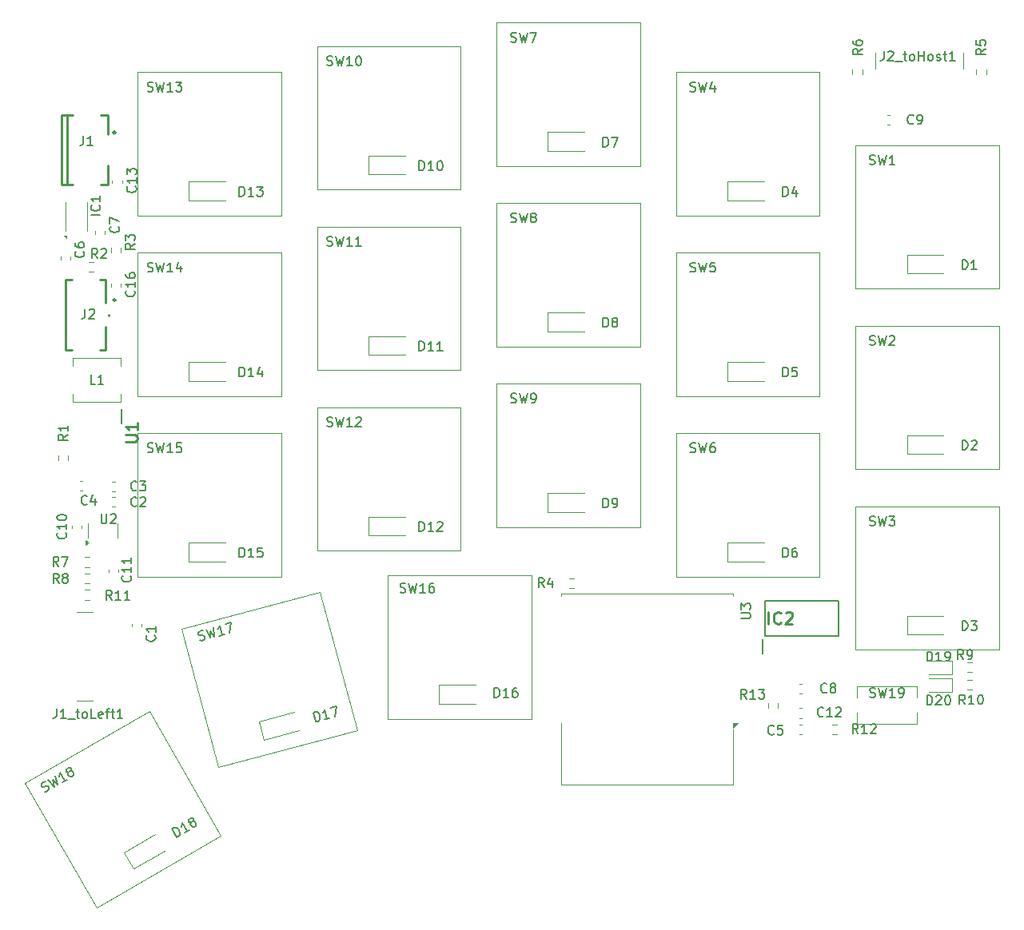
<source format=gbr>
%TF.GenerationSoftware,KiCad,Pcbnew,8.0.4*%
%TF.CreationDate,2024-08-15T01:19:59+08:00*%
%TF.ProjectId,gemini_right,67656d69-6e69-45f7-9269-6768742e6b69,rev?*%
%TF.SameCoordinates,Original*%
%TF.FileFunction,Legend,Top*%
%TF.FilePolarity,Positive*%
%FSLAX46Y46*%
G04 Gerber Fmt 4.6, Leading zero omitted, Abs format (unit mm)*
G04 Created by KiCad (PCBNEW 8.0.4) date 2024-08-15 01:19:59*
%MOMM*%
%LPD*%
G01*
G04 APERTURE LIST*
%ADD10C,0.150000*%
%ADD11C,0.254000*%
%ADD12C,0.120000*%
%ADD13C,0.200000*%
G04 APERTURE END LIST*
D10*
X78328647Y-124952410D02*
X77828647Y-124086385D01*
X77828647Y-124086385D02*
X78034843Y-123967337D01*
X78034843Y-123967337D02*
X78182371Y-123937148D01*
X78182371Y-123937148D02*
X78312468Y-123972008D01*
X78312468Y-123972008D02*
X78401327Y-124030677D01*
X78401327Y-124030677D02*
X78537804Y-124171824D01*
X78537804Y-124171824D02*
X78609233Y-124295542D01*
X78609233Y-124295542D02*
X78663231Y-124484309D01*
X78663231Y-124484309D02*
X78669611Y-124590597D01*
X78669611Y-124590597D02*
X78634752Y-124720695D01*
X78634752Y-124720695D02*
X78534843Y-124833363D01*
X78534843Y-124833363D02*
X78328647Y-124952410D01*
X79648304Y-124190505D02*
X79153433Y-124476220D01*
X79400869Y-124333363D02*
X78900869Y-123467337D01*
X78900869Y-123467337D02*
X78889819Y-123638674D01*
X78889819Y-123638674D02*
X78854959Y-123768772D01*
X78854959Y-123768772D02*
X78796290Y-123857630D01*
X79857462Y-123409919D02*
X79751174Y-123416299D01*
X79751174Y-123416299D02*
X79686125Y-123398869D01*
X79686125Y-123398869D02*
X79597267Y-123340200D01*
X79597267Y-123340200D02*
X79573457Y-123298961D01*
X79573457Y-123298961D02*
X79567077Y-123192673D01*
X79567077Y-123192673D02*
X79584507Y-123127624D01*
X79584507Y-123127624D02*
X79643176Y-123038766D01*
X79643176Y-123038766D02*
X79808133Y-122943528D01*
X79808133Y-122943528D02*
X79914422Y-122937148D01*
X79914422Y-122937148D02*
X79979470Y-122954578D01*
X79979470Y-122954578D02*
X80068329Y-123013247D01*
X80068329Y-123013247D02*
X80092138Y-123054486D01*
X80092138Y-123054486D02*
X80098518Y-123160774D01*
X80098518Y-123160774D02*
X80081088Y-123225823D01*
X80081088Y-123225823D02*
X80022419Y-123314681D01*
X80022419Y-123314681D02*
X79857462Y-123409919D01*
X79857462Y-123409919D02*
X79798793Y-123498778D01*
X79798793Y-123498778D02*
X79781363Y-123563827D01*
X79781363Y-123563827D02*
X79787743Y-123670115D01*
X79787743Y-123670115D02*
X79882981Y-123835072D01*
X79882981Y-123835072D02*
X79971839Y-123893741D01*
X79971839Y-123893741D02*
X80036888Y-123911171D01*
X80036888Y-123911171D02*
X80143176Y-123904791D01*
X80143176Y-123904791D02*
X80308133Y-123809553D01*
X80308133Y-123809553D02*
X80366802Y-123720695D01*
X80366802Y-123720695D02*
X80384232Y-123655646D01*
X80384232Y-123655646D02*
X80377853Y-123549358D01*
X80377853Y-123549358D02*
X80282614Y-123384401D01*
X80282614Y-123384401D02*
X80193756Y-123325731D01*
X80193756Y-123325731D02*
X80128707Y-123308302D01*
X80128707Y-123308302D02*
X80022419Y-123314681D01*
X70214819Y-59026189D02*
X69214819Y-59026189D01*
X70119580Y-57978571D02*
X70167200Y-58026190D01*
X70167200Y-58026190D02*
X70214819Y-58169047D01*
X70214819Y-58169047D02*
X70214819Y-58264285D01*
X70214819Y-58264285D02*
X70167200Y-58407142D01*
X70167200Y-58407142D02*
X70071961Y-58502380D01*
X70071961Y-58502380D02*
X69976723Y-58549999D01*
X69976723Y-58549999D02*
X69786247Y-58597618D01*
X69786247Y-58597618D02*
X69643390Y-58597618D01*
X69643390Y-58597618D02*
X69452914Y-58549999D01*
X69452914Y-58549999D02*
X69357676Y-58502380D01*
X69357676Y-58502380D02*
X69262438Y-58407142D01*
X69262438Y-58407142D02*
X69214819Y-58264285D01*
X69214819Y-58264285D02*
X69214819Y-58169047D01*
X69214819Y-58169047D02*
X69262438Y-58026190D01*
X69262438Y-58026190D02*
X69310057Y-57978571D01*
X70214819Y-57026190D02*
X70214819Y-57597618D01*
X70214819Y-57311904D02*
X69214819Y-57311904D01*
X69214819Y-57311904D02*
X69357676Y-57407142D01*
X69357676Y-57407142D02*
X69452914Y-57502380D01*
X69452914Y-57502380D02*
X69500533Y-57597618D01*
X68441666Y-50642319D02*
X68441666Y-51356604D01*
X68441666Y-51356604D02*
X68394047Y-51499461D01*
X68394047Y-51499461D02*
X68298809Y-51594700D01*
X68298809Y-51594700D02*
X68155952Y-51642319D01*
X68155952Y-51642319D02*
X68060714Y-51642319D01*
X69441666Y-51642319D02*
X68870238Y-51642319D01*
X69155952Y-51642319D02*
X69155952Y-50642319D01*
X69155952Y-50642319D02*
X69060714Y-50785176D01*
X69060714Y-50785176D02*
X68965476Y-50880414D01*
X68965476Y-50880414D02*
X68870238Y-50928033D01*
X161529133Y-83924819D02*
X161529133Y-82924819D01*
X161529133Y-82924819D02*
X161767228Y-82924819D01*
X161767228Y-82924819D02*
X161910085Y-82972438D01*
X161910085Y-82972438D02*
X162005323Y-83067676D01*
X162005323Y-83067676D02*
X162052942Y-83162914D01*
X162052942Y-83162914D02*
X162100561Y-83353390D01*
X162100561Y-83353390D02*
X162100561Y-83496247D01*
X162100561Y-83496247D02*
X162052942Y-83686723D01*
X162052942Y-83686723D02*
X162005323Y-83781961D01*
X162005323Y-83781961D02*
X161910085Y-83877200D01*
X161910085Y-83877200D02*
X161767228Y-83924819D01*
X161767228Y-83924819D02*
X161529133Y-83924819D01*
X162481514Y-83020057D02*
X162529133Y-82972438D01*
X162529133Y-82972438D02*
X162624371Y-82924819D01*
X162624371Y-82924819D02*
X162862466Y-82924819D01*
X162862466Y-82924819D02*
X162957704Y-82972438D01*
X162957704Y-82972438D02*
X163005323Y-83020057D01*
X163005323Y-83020057D02*
X163052942Y-83115295D01*
X163052942Y-83115295D02*
X163052942Y-83210533D01*
X163052942Y-83210533D02*
X163005323Y-83353390D01*
X163005323Y-83353390D02*
X162433895Y-83924819D01*
X162433895Y-83924819D02*
X163052942Y-83924819D01*
X132710895Y-84157200D02*
X132853752Y-84204819D01*
X132853752Y-84204819D02*
X133091847Y-84204819D01*
X133091847Y-84204819D02*
X133187085Y-84157200D01*
X133187085Y-84157200D02*
X133234704Y-84109580D01*
X133234704Y-84109580D02*
X133282323Y-84014342D01*
X133282323Y-84014342D02*
X133282323Y-83919104D01*
X133282323Y-83919104D02*
X133234704Y-83823866D01*
X133234704Y-83823866D02*
X133187085Y-83776247D01*
X133187085Y-83776247D02*
X133091847Y-83728628D01*
X133091847Y-83728628D02*
X132901371Y-83681009D01*
X132901371Y-83681009D02*
X132806133Y-83633390D01*
X132806133Y-83633390D02*
X132758514Y-83585771D01*
X132758514Y-83585771D02*
X132710895Y-83490533D01*
X132710895Y-83490533D02*
X132710895Y-83395295D01*
X132710895Y-83395295D02*
X132758514Y-83300057D01*
X132758514Y-83300057D02*
X132806133Y-83252438D01*
X132806133Y-83252438D02*
X132901371Y-83204819D01*
X132901371Y-83204819D02*
X133139466Y-83204819D01*
X133139466Y-83204819D02*
X133282323Y-83252438D01*
X133615657Y-83204819D02*
X133853752Y-84204819D01*
X133853752Y-84204819D02*
X134044228Y-83490533D01*
X134044228Y-83490533D02*
X134234704Y-84204819D01*
X134234704Y-84204819D02*
X134472800Y-83204819D01*
X135282323Y-83204819D02*
X135091847Y-83204819D01*
X135091847Y-83204819D02*
X134996609Y-83252438D01*
X134996609Y-83252438D02*
X134948990Y-83300057D01*
X134948990Y-83300057D02*
X134853752Y-83442914D01*
X134853752Y-83442914D02*
X134806133Y-83633390D01*
X134806133Y-83633390D02*
X134806133Y-84014342D01*
X134806133Y-84014342D02*
X134853752Y-84109580D01*
X134853752Y-84109580D02*
X134901371Y-84157200D01*
X134901371Y-84157200D02*
X134996609Y-84204819D01*
X134996609Y-84204819D02*
X135187085Y-84204819D01*
X135187085Y-84204819D02*
X135282323Y-84157200D01*
X135282323Y-84157200D02*
X135329942Y-84109580D01*
X135329942Y-84109580D02*
X135377561Y-84014342D01*
X135377561Y-84014342D02*
X135377561Y-83776247D01*
X135377561Y-83776247D02*
X135329942Y-83681009D01*
X135329942Y-83681009D02*
X135282323Y-83633390D01*
X135282323Y-83633390D02*
X135187085Y-83585771D01*
X135187085Y-83585771D02*
X134996609Y-83585771D01*
X134996609Y-83585771D02*
X134901371Y-83633390D01*
X134901371Y-83633390D02*
X134853752Y-83681009D01*
X134853752Y-83681009D02*
X134806133Y-83776247D01*
X142529133Y-76174819D02*
X142529133Y-75174819D01*
X142529133Y-75174819D02*
X142767228Y-75174819D01*
X142767228Y-75174819D02*
X142910085Y-75222438D01*
X142910085Y-75222438D02*
X143005323Y-75317676D01*
X143005323Y-75317676D02*
X143052942Y-75412914D01*
X143052942Y-75412914D02*
X143100561Y-75603390D01*
X143100561Y-75603390D02*
X143100561Y-75746247D01*
X143100561Y-75746247D02*
X143052942Y-75936723D01*
X143052942Y-75936723D02*
X143005323Y-76031961D01*
X143005323Y-76031961D02*
X142910085Y-76127200D01*
X142910085Y-76127200D02*
X142767228Y-76174819D01*
X142767228Y-76174819D02*
X142529133Y-76174819D01*
X144005323Y-75174819D02*
X143529133Y-75174819D01*
X143529133Y-75174819D02*
X143481514Y-75651009D01*
X143481514Y-75651009D02*
X143529133Y-75603390D01*
X143529133Y-75603390D02*
X143624371Y-75555771D01*
X143624371Y-75555771D02*
X143862466Y-75555771D01*
X143862466Y-75555771D02*
X143957704Y-75603390D01*
X143957704Y-75603390D02*
X144005323Y-75651009D01*
X144005323Y-75651009D02*
X144052942Y-75746247D01*
X144052942Y-75746247D02*
X144052942Y-75984342D01*
X144052942Y-75984342D02*
X144005323Y-76079580D01*
X144005323Y-76079580D02*
X143957704Y-76127200D01*
X143957704Y-76127200D02*
X143862466Y-76174819D01*
X143862466Y-76174819D02*
X143624371Y-76174819D01*
X143624371Y-76174819D02*
X143529133Y-76127200D01*
X143529133Y-76127200D02*
X143481514Y-76079580D01*
X117225333Y-98499530D02*
X116892000Y-98023339D01*
X116653905Y-98499530D02*
X116653905Y-97499530D01*
X116653905Y-97499530D02*
X117034857Y-97499530D01*
X117034857Y-97499530D02*
X117130095Y-97547149D01*
X117130095Y-97547149D02*
X117177714Y-97594768D01*
X117177714Y-97594768D02*
X117225333Y-97690006D01*
X117225333Y-97690006D02*
X117225333Y-97832863D01*
X117225333Y-97832863D02*
X117177714Y-97928101D01*
X117177714Y-97928101D02*
X117130095Y-97975720D01*
X117130095Y-97975720D02*
X117034857Y-98023339D01*
X117034857Y-98023339D02*
X116653905Y-98023339D01*
X118082476Y-97832863D02*
X118082476Y-98499530D01*
X117844381Y-97451911D02*
X117606286Y-98166196D01*
X117606286Y-98166196D02*
X118225333Y-98166196D01*
X147153333Y-109579580D02*
X147105714Y-109627200D01*
X147105714Y-109627200D02*
X146962857Y-109674819D01*
X146962857Y-109674819D02*
X146867619Y-109674819D01*
X146867619Y-109674819D02*
X146724762Y-109627200D01*
X146724762Y-109627200D02*
X146629524Y-109531961D01*
X146629524Y-109531961D02*
X146581905Y-109436723D01*
X146581905Y-109436723D02*
X146534286Y-109246247D01*
X146534286Y-109246247D02*
X146534286Y-109103390D01*
X146534286Y-109103390D02*
X146581905Y-108912914D01*
X146581905Y-108912914D02*
X146629524Y-108817676D01*
X146629524Y-108817676D02*
X146724762Y-108722438D01*
X146724762Y-108722438D02*
X146867619Y-108674819D01*
X146867619Y-108674819D02*
X146962857Y-108674819D01*
X146962857Y-108674819D02*
X147105714Y-108722438D01*
X147105714Y-108722438D02*
X147153333Y-108770057D01*
X147724762Y-109103390D02*
X147629524Y-109055771D01*
X147629524Y-109055771D02*
X147581905Y-109008152D01*
X147581905Y-109008152D02*
X147534286Y-108912914D01*
X147534286Y-108912914D02*
X147534286Y-108865295D01*
X147534286Y-108865295D02*
X147581905Y-108770057D01*
X147581905Y-108770057D02*
X147629524Y-108722438D01*
X147629524Y-108722438D02*
X147724762Y-108674819D01*
X147724762Y-108674819D02*
X147915238Y-108674819D01*
X147915238Y-108674819D02*
X148010476Y-108722438D01*
X148010476Y-108722438D02*
X148058095Y-108770057D01*
X148058095Y-108770057D02*
X148105714Y-108865295D01*
X148105714Y-108865295D02*
X148105714Y-108912914D01*
X148105714Y-108912914D02*
X148058095Y-109008152D01*
X148058095Y-109008152D02*
X148010476Y-109055771D01*
X148010476Y-109055771D02*
X147915238Y-109103390D01*
X147915238Y-109103390D02*
X147724762Y-109103390D01*
X147724762Y-109103390D02*
X147629524Y-109151009D01*
X147629524Y-109151009D02*
X147581905Y-109198628D01*
X147581905Y-109198628D02*
X147534286Y-109293866D01*
X147534286Y-109293866D02*
X147534286Y-109484342D01*
X147534286Y-109484342D02*
X147581905Y-109579580D01*
X147581905Y-109579580D02*
X147629524Y-109627200D01*
X147629524Y-109627200D02*
X147724762Y-109674819D01*
X147724762Y-109674819D02*
X147915238Y-109674819D01*
X147915238Y-109674819D02*
X148010476Y-109627200D01*
X148010476Y-109627200D02*
X148058095Y-109579580D01*
X148058095Y-109579580D02*
X148105714Y-109484342D01*
X148105714Y-109484342D02*
X148105714Y-109293866D01*
X148105714Y-109293866D02*
X148058095Y-109198628D01*
X148058095Y-109198628D02*
X148010476Y-109151009D01*
X148010476Y-109151009D02*
X147915238Y-109103390D01*
X64354235Y-120156931D02*
X64501762Y-120126742D01*
X64501762Y-120126742D02*
X64707959Y-120007694D01*
X64707959Y-120007694D02*
X64766628Y-119918836D01*
X64766628Y-119918836D02*
X64784058Y-119853787D01*
X64784058Y-119853787D02*
X64777678Y-119747499D01*
X64777678Y-119747499D02*
X64730059Y-119665020D01*
X64730059Y-119665020D02*
X64641201Y-119606351D01*
X64641201Y-119606351D02*
X64576152Y-119588921D01*
X64576152Y-119588921D02*
X64469864Y-119595301D01*
X64469864Y-119595301D02*
X64281097Y-119649300D01*
X64281097Y-119649300D02*
X64174809Y-119655680D01*
X64174809Y-119655680D02*
X64109760Y-119638250D01*
X64109760Y-119638250D02*
X64020902Y-119579581D01*
X64020902Y-119579581D02*
X63973283Y-119497102D01*
X63973283Y-119497102D02*
X63966903Y-119390814D01*
X63966903Y-119390814D02*
X63984333Y-119325765D01*
X63984333Y-119325765D02*
X64043002Y-119236907D01*
X64043002Y-119236907D02*
X64249198Y-119117859D01*
X64249198Y-119117859D02*
X64396726Y-119087670D01*
X64661591Y-118879764D02*
X65367788Y-119626742D01*
X65367788Y-119626742D02*
X65175602Y-118912914D01*
X65175602Y-118912914D02*
X65697702Y-119436265D01*
X65697702Y-119436265D02*
X65403899Y-118451192D01*
X66687445Y-118864837D02*
X66192574Y-119150551D01*
X66440010Y-119007694D02*
X65940010Y-118141669D01*
X65940010Y-118141669D02*
X65928960Y-118313006D01*
X65928960Y-118313006D02*
X65894100Y-118443103D01*
X65894100Y-118443103D02*
X65835431Y-118531962D01*
X66896603Y-118084251D02*
X66790315Y-118090631D01*
X66790315Y-118090631D02*
X66725266Y-118073201D01*
X66725266Y-118073201D02*
X66636408Y-118014532D01*
X66636408Y-118014532D02*
X66612598Y-117973293D01*
X66612598Y-117973293D02*
X66606218Y-117867004D01*
X66606218Y-117867004D02*
X66623648Y-117801956D01*
X66623648Y-117801956D02*
X66682317Y-117713097D01*
X66682317Y-117713097D02*
X66847274Y-117617859D01*
X66847274Y-117617859D02*
X66953562Y-117611479D01*
X66953562Y-117611479D02*
X67018611Y-117628909D01*
X67018611Y-117628909D02*
X67107470Y-117687578D01*
X67107470Y-117687578D02*
X67131279Y-117728818D01*
X67131279Y-117728818D02*
X67137659Y-117835106D01*
X67137659Y-117835106D02*
X67120229Y-117900155D01*
X67120229Y-117900155D02*
X67061560Y-117989013D01*
X67061560Y-117989013D02*
X66896603Y-118084251D01*
X66896603Y-118084251D02*
X66837934Y-118173109D01*
X66837934Y-118173109D02*
X66820504Y-118238158D01*
X66820504Y-118238158D02*
X66826884Y-118344446D01*
X66826884Y-118344446D02*
X66922122Y-118509404D01*
X66922122Y-118509404D02*
X67010980Y-118568073D01*
X67010980Y-118568073D02*
X67076029Y-118585502D01*
X67076029Y-118585502D02*
X67182317Y-118579123D01*
X67182317Y-118579123D02*
X67347274Y-118483885D01*
X67347274Y-118483885D02*
X67405943Y-118395026D01*
X67405943Y-118395026D02*
X67423373Y-118329977D01*
X67423373Y-118329977D02*
X67416993Y-118223689D01*
X67416993Y-118223689D02*
X67321755Y-118058732D01*
X67321755Y-118058732D02*
X67232897Y-118000063D01*
X67232897Y-118000063D02*
X67167848Y-117982633D01*
X67167848Y-117982633D02*
X67061560Y-117989013D01*
X84952942Y-95299819D02*
X84952942Y-94299819D01*
X84952942Y-94299819D02*
X85191037Y-94299819D01*
X85191037Y-94299819D02*
X85333894Y-94347438D01*
X85333894Y-94347438D02*
X85429132Y-94442676D01*
X85429132Y-94442676D02*
X85476751Y-94537914D01*
X85476751Y-94537914D02*
X85524370Y-94728390D01*
X85524370Y-94728390D02*
X85524370Y-94871247D01*
X85524370Y-94871247D02*
X85476751Y-95061723D01*
X85476751Y-95061723D02*
X85429132Y-95156961D01*
X85429132Y-95156961D02*
X85333894Y-95252200D01*
X85333894Y-95252200D02*
X85191037Y-95299819D01*
X85191037Y-95299819D02*
X84952942Y-95299819D01*
X86476751Y-95299819D02*
X85905323Y-95299819D01*
X86191037Y-95299819D02*
X86191037Y-94299819D01*
X86191037Y-94299819D02*
X86095799Y-94442676D01*
X86095799Y-94442676D02*
X86000561Y-94537914D01*
X86000561Y-94537914D02*
X85905323Y-94585533D01*
X87381513Y-94299819D02*
X86905323Y-94299819D01*
X86905323Y-94299819D02*
X86857704Y-94776009D01*
X86857704Y-94776009D02*
X86905323Y-94728390D01*
X86905323Y-94728390D02*
X87000561Y-94680771D01*
X87000561Y-94680771D02*
X87238656Y-94680771D01*
X87238656Y-94680771D02*
X87333894Y-94728390D01*
X87333894Y-94728390D02*
X87381513Y-94776009D01*
X87381513Y-94776009D02*
X87429132Y-94871247D01*
X87429132Y-94871247D02*
X87429132Y-95109342D01*
X87429132Y-95109342D02*
X87381513Y-95204580D01*
X87381513Y-95204580D02*
X87333894Y-95252200D01*
X87333894Y-95252200D02*
X87238656Y-95299819D01*
X87238656Y-95299819D02*
X87000561Y-95299819D01*
X87000561Y-95299819D02*
X86905323Y-95252200D01*
X86905323Y-95252200D02*
X86857704Y-95204580D01*
X94234704Y-43157200D02*
X94377561Y-43204819D01*
X94377561Y-43204819D02*
X94615656Y-43204819D01*
X94615656Y-43204819D02*
X94710894Y-43157200D01*
X94710894Y-43157200D02*
X94758513Y-43109580D01*
X94758513Y-43109580D02*
X94806132Y-43014342D01*
X94806132Y-43014342D02*
X94806132Y-42919104D01*
X94806132Y-42919104D02*
X94758513Y-42823866D01*
X94758513Y-42823866D02*
X94710894Y-42776247D01*
X94710894Y-42776247D02*
X94615656Y-42728628D01*
X94615656Y-42728628D02*
X94425180Y-42681009D01*
X94425180Y-42681009D02*
X94329942Y-42633390D01*
X94329942Y-42633390D02*
X94282323Y-42585771D01*
X94282323Y-42585771D02*
X94234704Y-42490533D01*
X94234704Y-42490533D02*
X94234704Y-42395295D01*
X94234704Y-42395295D02*
X94282323Y-42300057D01*
X94282323Y-42300057D02*
X94329942Y-42252438D01*
X94329942Y-42252438D02*
X94425180Y-42204819D01*
X94425180Y-42204819D02*
X94663275Y-42204819D01*
X94663275Y-42204819D02*
X94806132Y-42252438D01*
X95139466Y-42204819D02*
X95377561Y-43204819D01*
X95377561Y-43204819D02*
X95568037Y-42490533D01*
X95568037Y-42490533D02*
X95758513Y-43204819D01*
X95758513Y-43204819D02*
X95996609Y-42204819D01*
X96901370Y-43204819D02*
X96329942Y-43204819D01*
X96615656Y-43204819D02*
X96615656Y-42204819D01*
X96615656Y-42204819D02*
X96520418Y-42347676D01*
X96520418Y-42347676D02*
X96425180Y-42442914D01*
X96425180Y-42442914D02*
X96329942Y-42490533D01*
X97520418Y-42204819D02*
X97615656Y-42204819D01*
X97615656Y-42204819D02*
X97710894Y-42252438D01*
X97710894Y-42252438D02*
X97758513Y-42300057D01*
X97758513Y-42300057D02*
X97806132Y-42395295D01*
X97806132Y-42395295D02*
X97853751Y-42585771D01*
X97853751Y-42585771D02*
X97853751Y-42823866D01*
X97853751Y-42823866D02*
X97806132Y-43014342D01*
X97806132Y-43014342D02*
X97758513Y-43109580D01*
X97758513Y-43109580D02*
X97710894Y-43157200D01*
X97710894Y-43157200D02*
X97615656Y-43204819D01*
X97615656Y-43204819D02*
X97520418Y-43204819D01*
X97520418Y-43204819D02*
X97425180Y-43157200D01*
X97425180Y-43157200D02*
X97377561Y-43109580D01*
X97377561Y-43109580D02*
X97329942Y-43014342D01*
X97329942Y-43014342D02*
X97282323Y-42823866D01*
X97282323Y-42823866D02*
X97282323Y-42585771D01*
X97282323Y-42585771D02*
X97329942Y-42395295D01*
X97329942Y-42395295D02*
X97377561Y-42300057D01*
X97377561Y-42300057D02*
X97425180Y-42252438D01*
X97425180Y-42252438D02*
X97520418Y-42204819D01*
X146804142Y-112119580D02*
X146756523Y-112167200D01*
X146756523Y-112167200D02*
X146613666Y-112214819D01*
X146613666Y-112214819D02*
X146518428Y-112214819D01*
X146518428Y-112214819D02*
X146375571Y-112167200D01*
X146375571Y-112167200D02*
X146280333Y-112071961D01*
X146280333Y-112071961D02*
X146232714Y-111976723D01*
X146232714Y-111976723D02*
X146185095Y-111786247D01*
X146185095Y-111786247D02*
X146185095Y-111643390D01*
X146185095Y-111643390D02*
X146232714Y-111452914D01*
X146232714Y-111452914D02*
X146280333Y-111357676D01*
X146280333Y-111357676D02*
X146375571Y-111262438D01*
X146375571Y-111262438D02*
X146518428Y-111214819D01*
X146518428Y-111214819D02*
X146613666Y-111214819D01*
X146613666Y-111214819D02*
X146756523Y-111262438D01*
X146756523Y-111262438D02*
X146804142Y-111310057D01*
X147756523Y-112214819D02*
X147185095Y-112214819D01*
X147470809Y-112214819D02*
X147470809Y-111214819D01*
X147470809Y-111214819D02*
X147375571Y-111357676D01*
X147375571Y-111357676D02*
X147280333Y-111452914D01*
X147280333Y-111452914D02*
X147185095Y-111500533D01*
X148137476Y-111310057D02*
X148185095Y-111262438D01*
X148185095Y-111262438D02*
X148280333Y-111214819D01*
X148280333Y-111214819D02*
X148518428Y-111214819D01*
X148518428Y-111214819D02*
X148613666Y-111262438D01*
X148613666Y-111262438D02*
X148661285Y-111310057D01*
X148661285Y-111310057D02*
X148708904Y-111405295D01*
X148708904Y-111405295D02*
X148708904Y-111500533D01*
X148708904Y-111500533D02*
X148661285Y-111643390D01*
X148661285Y-111643390D02*
X148089857Y-112214819D01*
X148089857Y-112214819D02*
X148708904Y-112214819D01*
D11*
X72879318Y-83067619D02*
X73907413Y-83067619D01*
X73907413Y-83067619D02*
X74028365Y-83007142D01*
X74028365Y-83007142D02*
X74088842Y-82946666D01*
X74088842Y-82946666D02*
X74149318Y-82825714D01*
X74149318Y-82825714D02*
X74149318Y-82583809D01*
X74149318Y-82583809D02*
X74088842Y-82462857D01*
X74088842Y-82462857D02*
X74028365Y-82402380D01*
X74028365Y-82402380D02*
X73907413Y-82341904D01*
X73907413Y-82341904D02*
X72879318Y-82341904D01*
X74149318Y-81071904D02*
X74149318Y-81797619D01*
X74149318Y-81434762D02*
X72879318Y-81434762D01*
X72879318Y-81434762D02*
X73060746Y-81555714D01*
X73060746Y-81555714D02*
X73181699Y-81676666D01*
X73181699Y-81676666D02*
X73242175Y-81797619D01*
D10*
X101984704Y-99007200D02*
X102127561Y-99054819D01*
X102127561Y-99054819D02*
X102365656Y-99054819D01*
X102365656Y-99054819D02*
X102460894Y-99007200D01*
X102460894Y-99007200D02*
X102508513Y-98959580D01*
X102508513Y-98959580D02*
X102556132Y-98864342D01*
X102556132Y-98864342D02*
X102556132Y-98769104D01*
X102556132Y-98769104D02*
X102508513Y-98673866D01*
X102508513Y-98673866D02*
X102460894Y-98626247D01*
X102460894Y-98626247D02*
X102365656Y-98578628D01*
X102365656Y-98578628D02*
X102175180Y-98531009D01*
X102175180Y-98531009D02*
X102079942Y-98483390D01*
X102079942Y-98483390D02*
X102032323Y-98435771D01*
X102032323Y-98435771D02*
X101984704Y-98340533D01*
X101984704Y-98340533D02*
X101984704Y-98245295D01*
X101984704Y-98245295D02*
X102032323Y-98150057D01*
X102032323Y-98150057D02*
X102079942Y-98102438D01*
X102079942Y-98102438D02*
X102175180Y-98054819D01*
X102175180Y-98054819D02*
X102413275Y-98054819D01*
X102413275Y-98054819D02*
X102556132Y-98102438D01*
X102889466Y-98054819D02*
X103127561Y-99054819D01*
X103127561Y-99054819D02*
X103318037Y-98340533D01*
X103318037Y-98340533D02*
X103508513Y-99054819D01*
X103508513Y-99054819D02*
X103746609Y-98054819D01*
X104651370Y-99054819D02*
X104079942Y-99054819D01*
X104365656Y-99054819D02*
X104365656Y-98054819D01*
X104365656Y-98054819D02*
X104270418Y-98197676D01*
X104270418Y-98197676D02*
X104175180Y-98292914D01*
X104175180Y-98292914D02*
X104079942Y-98340533D01*
X105508513Y-98054819D02*
X105318037Y-98054819D01*
X105318037Y-98054819D02*
X105222799Y-98102438D01*
X105222799Y-98102438D02*
X105175180Y-98150057D01*
X105175180Y-98150057D02*
X105079942Y-98292914D01*
X105079942Y-98292914D02*
X105032323Y-98483390D01*
X105032323Y-98483390D02*
X105032323Y-98864342D01*
X105032323Y-98864342D02*
X105079942Y-98959580D01*
X105079942Y-98959580D02*
X105127561Y-99007200D01*
X105127561Y-99007200D02*
X105222799Y-99054819D01*
X105222799Y-99054819D02*
X105413275Y-99054819D01*
X105413275Y-99054819D02*
X105508513Y-99007200D01*
X105508513Y-99007200D02*
X105556132Y-98959580D01*
X105556132Y-98959580D02*
X105603751Y-98864342D01*
X105603751Y-98864342D02*
X105603751Y-98626247D01*
X105603751Y-98626247D02*
X105556132Y-98531009D01*
X105556132Y-98531009D02*
X105508513Y-98483390D01*
X105508513Y-98483390D02*
X105413275Y-98435771D01*
X105413275Y-98435771D02*
X105222799Y-98435771D01*
X105222799Y-98435771D02*
X105127561Y-98483390D01*
X105127561Y-98483390D02*
X105079942Y-98531009D01*
X105079942Y-98531009D02*
X105032323Y-98626247D01*
X161812740Y-110879019D02*
X161479407Y-110402828D01*
X161241312Y-110879019D02*
X161241312Y-109879019D01*
X161241312Y-109879019D02*
X161622264Y-109879019D01*
X161622264Y-109879019D02*
X161717502Y-109926638D01*
X161717502Y-109926638D02*
X161765121Y-109974257D01*
X161765121Y-109974257D02*
X161812740Y-110069495D01*
X161812740Y-110069495D02*
X161812740Y-110212352D01*
X161812740Y-110212352D02*
X161765121Y-110307590D01*
X161765121Y-110307590D02*
X161717502Y-110355209D01*
X161717502Y-110355209D02*
X161622264Y-110402828D01*
X161622264Y-110402828D02*
X161241312Y-110402828D01*
X162765121Y-110879019D02*
X162193693Y-110879019D01*
X162479407Y-110879019D02*
X162479407Y-109879019D01*
X162479407Y-109879019D02*
X162384169Y-110021876D01*
X162384169Y-110021876D02*
X162288931Y-110117114D01*
X162288931Y-110117114D02*
X162193693Y-110164733D01*
X163384169Y-109879019D02*
X163479407Y-109879019D01*
X163479407Y-109879019D02*
X163574645Y-109926638D01*
X163574645Y-109926638D02*
X163622264Y-109974257D01*
X163622264Y-109974257D02*
X163669883Y-110069495D01*
X163669883Y-110069495D02*
X163717502Y-110259971D01*
X163717502Y-110259971D02*
X163717502Y-110498066D01*
X163717502Y-110498066D02*
X163669883Y-110688542D01*
X163669883Y-110688542D02*
X163622264Y-110783780D01*
X163622264Y-110783780D02*
X163574645Y-110831400D01*
X163574645Y-110831400D02*
X163479407Y-110879019D01*
X163479407Y-110879019D02*
X163384169Y-110879019D01*
X163384169Y-110879019D02*
X163288931Y-110831400D01*
X163288931Y-110831400D02*
X163241312Y-110783780D01*
X163241312Y-110783780D02*
X163193693Y-110688542D01*
X163193693Y-110688542D02*
X163146074Y-110498066D01*
X163146074Y-110498066D02*
X163146074Y-110259971D01*
X163146074Y-110259971D02*
X163193693Y-110069495D01*
X163193693Y-110069495D02*
X163241312Y-109974257D01*
X163241312Y-109974257D02*
X163288931Y-109926638D01*
X163288931Y-109926638D02*
X163384169Y-109879019D01*
X74078333Y-89824582D02*
X74030714Y-89872202D01*
X74030714Y-89872202D02*
X73887857Y-89919821D01*
X73887857Y-89919821D02*
X73792619Y-89919821D01*
X73792619Y-89919821D02*
X73649762Y-89872202D01*
X73649762Y-89872202D02*
X73554524Y-89776963D01*
X73554524Y-89776963D02*
X73506905Y-89681725D01*
X73506905Y-89681725D02*
X73459286Y-89491249D01*
X73459286Y-89491249D02*
X73459286Y-89348392D01*
X73459286Y-89348392D02*
X73506905Y-89157916D01*
X73506905Y-89157916D02*
X73554524Y-89062678D01*
X73554524Y-89062678D02*
X73649762Y-88967440D01*
X73649762Y-88967440D02*
X73792619Y-88919821D01*
X73792619Y-88919821D02*
X73887857Y-88919821D01*
X73887857Y-88919821D02*
X74030714Y-88967440D01*
X74030714Y-88967440D02*
X74078333Y-89015059D01*
X74459286Y-89015059D02*
X74506905Y-88967440D01*
X74506905Y-88967440D02*
X74602143Y-88919821D01*
X74602143Y-88919821D02*
X74840238Y-88919821D01*
X74840238Y-88919821D02*
X74935476Y-88967440D01*
X74935476Y-88967440D02*
X74983095Y-89015059D01*
X74983095Y-89015059D02*
X75030714Y-89110297D01*
X75030714Y-89110297D02*
X75030714Y-89205535D01*
X75030714Y-89205535D02*
X74983095Y-89348392D01*
X74983095Y-89348392D02*
X74411667Y-89919821D01*
X74411667Y-89919821D02*
X75030714Y-89919821D01*
X161631333Y-106118819D02*
X161298000Y-105642628D01*
X161059905Y-106118819D02*
X161059905Y-105118819D01*
X161059905Y-105118819D02*
X161440857Y-105118819D01*
X161440857Y-105118819D02*
X161536095Y-105166438D01*
X161536095Y-105166438D02*
X161583714Y-105214057D01*
X161583714Y-105214057D02*
X161631333Y-105309295D01*
X161631333Y-105309295D02*
X161631333Y-105452152D01*
X161631333Y-105452152D02*
X161583714Y-105547390D01*
X161583714Y-105547390D02*
X161536095Y-105595009D01*
X161536095Y-105595009D02*
X161440857Y-105642628D01*
X161440857Y-105642628D02*
X161059905Y-105642628D01*
X162107524Y-106118819D02*
X162298000Y-106118819D01*
X162298000Y-106118819D02*
X162393238Y-106071200D01*
X162393238Y-106071200D02*
X162440857Y-106023580D01*
X162440857Y-106023580D02*
X162536095Y-105880723D01*
X162536095Y-105880723D02*
X162583714Y-105690247D01*
X162583714Y-105690247D02*
X162583714Y-105309295D01*
X162583714Y-105309295D02*
X162536095Y-105214057D01*
X162536095Y-105214057D02*
X162488476Y-105166438D01*
X162488476Y-105166438D02*
X162393238Y-105118819D01*
X162393238Y-105118819D02*
X162202762Y-105118819D01*
X162202762Y-105118819D02*
X162107524Y-105166438D01*
X162107524Y-105166438D02*
X162059905Y-105214057D01*
X162059905Y-105214057D02*
X162012286Y-105309295D01*
X162012286Y-105309295D02*
X162012286Y-105547390D01*
X162012286Y-105547390D02*
X162059905Y-105642628D01*
X162059905Y-105642628D02*
X162107524Y-105690247D01*
X162107524Y-105690247D02*
X162202762Y-105737866D01*
X162202762Y-105737866D02*
X162393238Y-105737866D01*
X162393238Y-105737866D02*
X162488476Y-105690247D01*
X162488476Y-105690247D02*
X162536095Y-105642628D01*
X162536095Y-105642628D02*
X162583714Y-105547390D01*
X70313095Y-90724819D02*
X70313095Y-91534342D01*
X70313095Y-91534342D02*
X70360714Y-91629580D01*
X70360714Y-91629580D02*
X70408333Y-91677200D01*
X70408333Y-91677200D02*
X70503571Y-91724819D01*
X70503571Y-91724819D02*
X70694047Y-91724819D01*
X70694047Y-91724819D02*
X70789285Y-91677200D01*
X70789285Y-91677200D02*
X70836904Y-91629580D01*
X70836904Y-91629580D02*
X70884523Y-91534342D01*
X70884523Y-91534342D02*
X70884523Y-90724819D01*
X71313095Y-90820057D02*
X71360714Y-90772438D01*
X71360714Y-90772438D02*
X71455952Y-90724819D01*
X71455952Y-90724819D02*
X71694047Y-90724819D01*
X71694047Y-90724819D02*
X71789285Y-90772438D01*
X71789285Y-90772438D02*
X71836904Y-90820057D01*
X71836904Y-90820057D02*
X71884523Y-90915295D01*
X71884523Y-90915295D02*
X71884523Y-91010533D01*
X71884523Y-91010533D02*
X71836904Y-91153390D01*
X71836904Y-91153390D02*
X71265476Y-91724819D01*
X71265476Y-91724819D02*
X71884523Y-91724819D01*
X65827744Y-98045112D02*
X65494411Y-97568921D01*
X65256316Y-98045112D02*
X65256316Y-97045112D01*
X65256316Y-97045112D02*
X65637268Y-97045112D01*
X65637268Y-97045112D02*
X65732506Y-97092731D01*
X65732506Y-97092731D02*
X65780125Y-97140350D01*
X65780125Y-97140350D02*
X65827744Y-97235588D01*
X65827744Y-97235588D02*
X65827744Y-97378445D01*
X65827744Y-97378445D02*
X65780125Y-97473683D01*
X65780125Y-97473683D02*
X65732506Y-97521302D01*
X65732506Y-97521302D02*
X65637268Y-97568921D01*
X65637268Y-97568921D02*
X65256316Y-97568921D01*
X66399173Y-97473683D02*
X66303935Y-97426064D01*
X66303935Y-97426064D02*
X66256316Y-97378445D01*
X66256316Y-97378445D02*
X66208697Y-97283207D01*
X66208697Y-97283207D02*
X66208697Y-97235588D01*
X66208697Y-97235588D02*
X66256316Y-97140350D01*
X66256316Y-97140350D02*
X66303935Y-97092731D01*
X66303935Y-97092731D02*
X66399173Y-97045112D01*
X66399173Y-97045112D02*
X66589649Y-97045112D01*
X66589649Y-97045112D02*
X66684887Y-97092731D01*
X66684887Y-97092731D02*
X66732506Y-97140350D01*
X66732506Y-97140350D02*
X66780125Y-97235588D01*
X66780125Y-97235588D02*
X66780125Y-97283207D01*
X66780125Y-97283207D02*
X66732506Y-97378445D01*
X66732506Y-97378445D02*
X66684887Y-97426064D01*
X66684887Y-97426064D02*
X66589649Y-97473683D01*
X66589649Y-97473683D02*
X66399173Y-97473683D01*
X66399173Y-97473683D02*
X66303935Y-97521302D01*
X66303935Y-97521302D02*
X66256316Y-97568921D01*
X66256316Y-97568921D02*
X66208697Y-97664159D01*
X66208697Y-97664159D02*
X66208697Y-97854635D01*
X66208697Y-97854635D02*
X66256316Y-97949873D01*
X66256316Y-97949873D02*
X66303935Y-97997493D01*
X66303935Y-97997493D02*
X66399173Y-98045112D01*
X66399173Y-98045112D02*
X66589649Y-98045112D01*
X66589649Y-98045112D02*
X66684887Y-97997493D01*
X66684887Y-97997493D02*
X66732506Y-97949873D01*
X66732506Y-97949873D02*
X66780125Y-97854635D01*
X66780125Y-97854635D02*
X66780125Y-97664159D01*
X66780125Y-97664159D02*
X66732506Y-97568921D01*
X66732506Y-97568921D02*
X66684887Y-97521302D01*
X66684887Y-97521302D02*
X66589649Y-97473683D01*
X141565333Y-114024580D02*
X141517714Y-114072200D01*
X141517714Y-114072200D02*
X141374857Y-114119819D01*
X141374857Y-114119819D02*
X141279619Y-114119819D01*
X141279619Y-114119819D02*
X141136762Y-114072200D01*
X141136762Y-114072200D02*
X141041524Y-113976961D01*
X141041524Y-113976961D02*
X140993905Y-113881723D01*
X140993905Y-113881723D02*
X140946286Y-113691247D01*
X140946286Y-113691247D02*
X140946286Y-113548390D01*
X140946286Y-113548390D02*
X140993905Y-113357914D01*
X140993905Y-113357914D02*
X141041524Y-113262676D01*
X141041524Y-113262676D02*
X141136762Y-113167438D01*
X141136762Y-113167438D02*
X141279619Y-113119819D01*
X141279619Y-113119819D02*
X141374857Y-113119819D01*
X141374857Y-113119819D02*
X141517714Y-113167438D01*
X141517714Y-113167438D02*
X141565333Y-113215057D01*
X142470095Y-113119819D02*
X141993905Y-113119819D01*
X141993905Y-113119819D02*
X141946286Y-113596009D01*
X141946286Y-113596009D02*
X141993905Y-113548390D01*
X141993905Y-113548390D02*
X142089143Y-113500771D01*
X142089143Y-113500771D02*
X142327238Y-113500771D01*
X142327238Y-113500771D02*
X142422476Y-113548390D01*
X142422476Y-113548390D02*
X142470095Y-113596009D01*
X142470095Y-113596009D02*
X142517714Y-113691247D01*
X142517714Y-113691247D02*
X142517714Y-113929342D01*
X142517714Y-113929342D02*
X142470095Y-114024580D01*
X142470095Y-114024580D02*
X142422476Y-114072200D01*
X142422476Y-114072200D02*
X142327238Y-114119819D01*
X142327238Y-114119819D02*
X142089143Y-114119819D01*
X142089143Y-114119819D02*
X141993905Y-114072200D01*
X141993905Y-114072200D02*
X141946286Y-114024580D01*
X123479133Y-70924819D02*
X123479133Y-69924819D01*
X123479133Y-69924819D02*
X123717228Y-69924819D01*
X123717228Y-69924819D02*
X123860085Y-69972438D01*
X123860085Y-69972438D02*
X123955323Y-70067676D01*
X123955323Y-70067676D02*
X124002942Y-70162914D01*
X124002942Y-70162914D02*
X124050561Y-70353390D01*
X124050561Y-70353390D02*
X124050561Y-70496247D01*
X124050561Y-70496247D02*
X124002942Y-70686723D01*
X124002942Y-70686723D02*
X123955323Y-70781961D01*
X123955323Y-70781961D02*
X123860085Y-70877200D01*
X123860085Y-70877200D02*
X123717228Y-70924819D01*
X123717228Y-70924819D02*
X123479133Y-70924819D01*
X124621990Y-70353390D02*
X124526752Y-70305771D01*
X124526752Y-70305771D02*
X124479133Y-70258152D01*
X124479133Y-70258152D02*
X124431514Y-70162914D01*
X124431514Y-70162914D02*
X124431514Y-70115295D01*
X124431514Y-70115295D02*
X124479133Y-70020057D01*
X124479133Y-70020057D02*
X124526752Y-69972438D01*
X124526752Y-69972438D02*
X124621990Y-69924819D01*
X124621990Y-69924819D02*
X124812466Y-69924819D01*
X124812466Y-69924819D02*
X124907704Y-69972438D01*
X124907704Y-69972438D02*
X124955323Y-70020057D01*
X124955323Y-70020057D02*
X125002942Y-70115295D01*
X125002942Y-70115295D02*
X125002942Y-70162914D01*
X125002942Y-70162914D02*
X124955323Y-70258152D01*
X124955323Y-70258152D02*
X124907704Y-70305771D01*
X124907704Y-70305771D02*
X124812466Y-70353390D01*
X124812466Y-70353390D02*
X124621990Y-70353390D01*
X124621990Y-70353390D02*
X124526752Y-70401009D01*
X124526752Y-70401009D02*
X124479133Y-70448628D01*
X124479133Y-70448628D02*
X124431514Y-70543866D01*
X124431514Y-70543866D02*
X124431514Y-70734342D01*
X124431514Y-70734342D02*
X124479133Y-70829580D01*
X124479133Y-70829580D02*
X124526752Y-70877200D01*
X124526752Y-70877200D02*
X124621990Y-70924819D01*
X124621990Y-70924819D02*
X124812466Y-70924819D01*
X124812466Y-70924819D02*
X124907704Y-70877200D01*
X124907704Y-70877200D02*
X124955323Y-70829580D01*
X124955323Y-70829580D02*
X125002942Y-70734342D01*
X125002942Y-70734342D02*
X125002942Y-70543866D01*
X125002942Y-70543866D02*
X124955323Y-70448628D01*
X124955323Y-70448628D02*
X124907704Y-70401009D01*
X124907704Y-70401009D02*
X124812466Y-70353390D01*
X84952942Y-57049819D02*
X84952942Y-56049819D01*
X84952942Y-56049819D02*
X85191037Y-56049819D01*
X85191037Y-56049819D02*
X85333894Y-56097438D01*
X85333894Y-56097438D02*
X85429132Y-56192676D01*
X85429132Y-56192676D02*
X85476751Y-56287914D01*
X85476751Y-56287914D02*
X85524370Y-56478390D01*
X85524370Y-56478390D02*
X85524370Y-56621247D01*
X85524370Y-56621247D02*
X85476751Y-56811723D01*
X85476751Y-56811723D02*
X85429132Y-56906961D01*
X85429132Y-56906961D02*
X85333894Y-57002200D01*
X85333894Y-57002200D02*
X85191037Y-57049819D01*
X85191037Y-57049819D02*
X84952942Y-57049819D01*
X86476751Y-57049819D02*
X85905323Y-57049819D01*
X86191037Y-57049819D02*
X86191037Y-56049819D01*
X86191037Y-56049819D02*
X86095799Y-56192676D01*
X86095799Y-56192676D02*
X86000561Y-56287914D01*
X86000561Y-56287914D02*
X85905323Y-56335533D01*
X86810085Y-56049819D02*
X87429132Y-56049819D01*
X87429132Y-56049819D02*
X87095799Y-56430771D01*
X87095799Y-56430771D02*
X87238656Y-56430771D01*
X87238656Y-56430771D02*
X87333894Y-56478390D01*
X87333894Y-56478390D02*
X87381513Y-56526009D01*
X87381513Y-56526009D02*
X87429132Y-56621247D01*
X87429132Y-56621247D02*
X87429132Y-56859342D01*
X87429132Y-56859342D02*
X87381513Y-56954580D01*
X87381513Y-56954580D02*
X87333894Y-57002200D01*
X87333894Y-57002200D02*
X87238656Y-57049819D01*
X87238656Y-57049819D02*
X86952942Y-57049819D01*
X86952942Y-57049819D02*
X86857704Y-57002200D01*
X86857704Y-57002200D02*
X86810085Y-56954580D01*
X73414580Y-97298445D02*
X73462200Y-97346064D01*
X73462200Y-97346064D02*
X73509819Y-97488921D01*
X73509819Y-97488921D02*
X73509819Y-97584159D01*
X73509819Y-97584159D02*
X73462200Y-97727016D01*
X73462200Y-97727016D02*
X73366961Y-97822254D01*
X73366961Y-97822254D02*
X73271723Y-97869873D01*
X73271723Y-97869873D02*
X73081247Y-97917492D01*
X73081247Y-97917492D02*
X72938390Y-97917492D01*
X72938390Y-97917492D02*
X72747914Y-97869873D01*
X72747914Y-97869873D02*
X72652676Y-97822254D01*
X72652676Y-97822254D02*
X72557438Y-97727016D01*
X72557438Y-97727016D02*
X72509819Y-97584159D01*
X72509819Y-97584159D02*
X72509819Y-97488921D01*
X72509819Y-97488921D02*
X72557438Y-97346064D01*
X72557438Y-97346064D02*
X72605057Y-97298445D01*
X73509819Y-96346064D02*
X73509819Y-96917492D01*
X73509819Y-96631778D02*
X72509819Y-96631778D01*
X72509819Y-96631778D02*
X72652676Y-96727016D01*
X72652676Y-96727016D02*
X72747914Y-96822254D01*
X72747914Y-96822254D02*
X72795533Y-96917492D01*
X73509819Y-95393683D02*
X73509819Y-95965111D01*
X73509819Y-95679397D02*
X72509819Y-95679397D01*
X72509819Y-95679397D02*
X72652676Y-95774635D01*
X72652676Y-95774635D02*
X72747914Y-95869873D01*
X72747914Y-95869873D02*
X72795533Y-95965111D01*
D11*
X140986237Y-102374318D02*
X140986237Y-101104318D01*
X142316714Y-102253365D02*
X142256238Y-102313842D01*
X142256238Y-102313842D02*
X142074809Y-102374318D01*
X142074809Y-102374318D02*
X141953857Y-102374318D01*
X141953857Y-102374318D02*
X141772428Y-102313842D01*
X141772428Y-102313842D02*
X141651476Y-102192889D01*
X141651476Y-102192889D02*
X141590999Y-102071937D01*
X141590999Y-102071937D02*
X141530523Y-101830032D01*
X141530523Y-101830032D02*
X141530523Y-101648603D01*
X141530523Y-101648603D02*
X141590999Y-101406699D01*
X141590999Y-101406699D02*
X141651476Y-101285746D01*
X141651476Y-101285746D02*
X141772428Y-101164794D01*
X141772428Y-101164794D02*
X141953857Y-101104318D01*
X141953857Y-101104318D02*
X142074809Y-101104318D01*
X142074809Y-101104318D02*
X142256238Y-101164794D01*
X142256238Y-101164794D02*
X142316714Y-101225270D01*
X142800523Y-101225270D02*
X142860999Y-101164794D01*
X142860999Y-101164794D02*
X142981952Y-101104318D01*
X142981952Y-101104318D02*
X143284333Y-101104318D01*
X143284333Y-101104318D02*
X143405285Y-101164794D01*
X143405285Y-101164794D02*
X143465761Y-101225270D01*
X143465761Y-101225270D02*
X143526238Y-101346222D01*
X143526238Y-101346222D02*
X143526238Y-101467175D01*
X143526238Y-101467175D02*
X143465761Y-101648603D01*
X143465761Y-101648603D02*
X142740047Y-102374318D01*
X142740047Y-102374318D02*
X143526238Y-102374318D01*
D10*
X80790755Y-104114488D02*
X80941069Y-104123510D01*
X80941069Y-104123510D02*
X81171051Y-104061886D01*
X81171051Y-104061886D02*
X81250720Y-103991241D01*
X81250720Y-103991241D02*
X81284391Y-103932919D01*
X81284391Y-103932919D02*
X81305738Y-103828602D01*
X81305738Y-103828602D02*
X81281089Y-103736609D01*
X81281089Y-103736609D02*
X81210443Y-103656941D01*
X81210443Y-103656941D02*
X81152122Y-103623269D01*
X81152122Y-103623269D02*
X81047804Y-103601922D01*
X81047804Y-103601922D02*
X80851494Y-103605224D01*
X80851494Y-103605224D02*
X80747176Y-103583877D01*
X80747176Y-103583877D02*
X80688855Y-103550205D01*
X80688855Y-103550205D02*
X80618209Y-103470537D01*
X80618209Y-103470537D02*
X80593559Y-103378544D01*
X80593559Y-103378544D02*
X80614906Y-103274227D01*
X80614906Y-103274227D02*
X80648578Y-103215905D01*
X80648578Y-103215905D02*
X80728246Y-103145259D01*
X80728246Y-103145259D02*
X80958229Y-103083636D01*
X80958229Y-103083636D02*
X81108543Y-103092658D01*
X81418193Y-102960389D02*
X81906995Y-103864691D01*
X81906995Y-103864691D02*
X81906110Y-103125445D01*
X81906110Y-103125445D02*
X82274967Y-103766093D01*
X82274967Y-103766093D02*
X82246130Y-102738544D01*
X83378882Y-103470300D02*
X82826924Y-103618197D01*
X83102903Y-103544248D02*
X82844084Y-102578323D01*
X82844084Y-102578323D02*
X82789065Y-102740961D01*
X82789065Y-102740961D02*
X82721722Y-102857604D01*
X82721722Y-102857604D02*
X82642053Y-102928250D01*
X83442038Y-102418101D02*
X84085988Y-102245555D01*
X84085988Y-102245555D02*
X83930839Y-103322403D01*
X161529133Y-103049819D02*
X161529133Y-102049819D01*
X161529133Y-102049819D02*
X161767228Y-102049819D01*
X161767228Y-102049819D02*
X161910085Y-102097438D01*
X161910085Y-102097438D02*
X162005323Y-102192676D01*
X162005323Y-102192676D02*
X162052942Y-102287914D01*
X162052942Y-102287914D02*
X162100561Y-102478390D01*
X162100561Y-102478390D02*
X162100561Y-102621247D01*
X162100561Y-102621247D02*
X162052942Y-102811723D01*
X162052942Y-102811723D02*
X162005323Y-102906961D01*
X162005323Y-102906961D02*
X161910085Y-103002200D01*
X161910085Y-103002200D02*
X161767228Y-103049819D01*
X161767228Y-103049819D02*
X161529133Y-103049819D01*
X162433895Y-102049819D02*
X163052942Y-102049819D01*
X163052942Y-102049819D02*
X162719609Y-102430771D01*
X162719609Y-102430771D02*
X162862466Y-102430771D01*
X162862466Y-102430771D02*
X162957704Y-102478390D01*
X162957704Y-102478390D02*
X163005323Y-102526009D01*
X163005323Y-102526009D02*
X163052942Y-102621247D01*
X163052942Y-102621247D02*
X163052942Y-102859342D01*
X163052942Y-102859342D02*
X163005323Y-102954580D01*
X163005323Y-102954580D02*
X162957704Y-103002200D01*
X162957704Y-103002200D02*
X162862466Y-103049819D01*
X162862466Y-103049819D02*
X162576752Y-103049819D01*
X162576752Y-103049819D02*
X162481514Y-103002200D01*
X162481514Y-103002200D02*
X162433895Y-102954580D01*
X75234704Y-84157200D02*
X75377561Y-84204819D01*
X75377561Y-84204819D02*
X75615656Y-84204819D01*
X75615656Y-84204819D02*
X75710894Y-84157200D01*
X75710894Y-84157200D02*
X75758513Y-84109580D01*
X75758513Y-84109580D02*
X75806132Y-84014342D01*
X75806132Y-84014342D02*
X75806132Y-83919104D01*
X75806132Y-83919104D02*
X75758513Y-83823866D01*
X75758513Y-83823866D02*
X75710894Y-83776247D01*
X75710894Y-83776247D02*
X75615656Y-83728628D01*
X75615656Y-83728628D02*
X75425180Y-83681009D01*
X75425180Y-83681009D02*
X75329942Y-83633390D01*
X75329942Y-83633390D02*
X75282323Y-83585771D01*
X75282323Y-83585771D02*
X75234704Y-83490533D01*
X75234704Y-83490533D02*
X75234704Y-83395295D01*
X75234704Y-83395295D02*
X75282323Y-83300057D01*
X75282323Y-83300057D02*
X75329942Y-83252438D01*
X75329942Y-83252438D02*
X75425180Y-83204819D01*
X75425180Y-83204819D02*
X75663275Y-83204819D01*
X75663275Y-83204819D02*
X75806132Y-83252438D01*
X76139466Y-83204819D02*
X76377561Y-84204819D01*
X76377561Y-84204819D02*
X76568037Y-83490533D01*
X76568037Y-83490533D02*
X76758513Y-84204819D01*
X76758513Y-84204819D02*
X76996609Y-83204819D01*
X77901370Y-84204819D02*
X77329942Y-84204819D01*
X77615656Y-84204819D02*
X77615656Y-83204819D01*
X77615656Y-83204819D02*
X77520418Y-83347676D01*
X77520418Y-83347676D02*
X77425180Y-83442914D01*
X77425180Y-83442914D02*
X77329942Y-83490533D01*
X78806132Y-83204819D02*
X78329942Y-83204819D01*
X78329942Y-83204819D02*
X78282323Y-83681009D01*
X78282323Y-83681009D02*
X78329942Y-83633390D01*
X78329942Y-83633390D02*
X78425180Y-83585771D01*
X78425180Y-83585771D02*
X78663275Y-83585771D01*
X78663275Y-83585771D02*
X78758513Y-83633390D01*
X78758513Y-83633390D02*
X78806132Y-83681009D01*
X78806132Y-83681009D02*
X78853751Y-83776247D01*
X78853751Y-83776247D02*
X78853751Y-84014342D01*
X78853751Y-84014342D02*
X78806132Y-84109580D01*
X78806132Y-84109580D02*
X78758513Y-84157200D01*
X78758513Y-84157200D02*
X78663275Y-84204819D01*
X78663275Y-84204819D02*
X78425180Y-84204819D01*
X78425180Y-84204819D02*
X78329942Y-84157200D01*
X78329942Y-84157200D02*
X78282323Y-84109580D01*
X68434579Y-62891666D02*
X68482199Y-62939285D01*
X68482199Y-62939285D02*
X68529818Y-63082142D01*
X68529818Y-63082142D02*
X68529818Y-63177380D01*
X68529818Y-63177380D02*
X68482199Y-63320237D01*
X68482199Y-63320237D02*
X68386960Y-63415475D01*
X68386960Y-63415475D02*
X68291722Y-63463094D01*
X68291722Y-63463094D02*
X68101246Y-63510713D01*
X68101246Y-63510713D02*
X67958389Y-63510713D01*
X67958389Y-63510713D02*
X67767913Y-63463094D01*
X67767913Y-63463094D02*
X67672675Y-63415475D01*
X67672675Y-63415475D02*
X67577437Y-63320237D01*
X67577437Y-63320237D02*
X67529818Y-63177380D01*
X67529818Y-63177380D02*
X67529818Y-63082142D01*
X67529818Y-63082142D02*
X67577437Y-62939285D01*
X67577437Y-62939285D02*
X67625056Y-62891666D01*
X67529818Y-62034523D02*
X67529818Y-62224999D01*
X67529818Y-62224999D02*
X67577437Y-62320237D01*
X67577437Y-62320237D02*
X67625056Y-62367856D01*
X67625056Y-62367856D02*
X67767913Y-62463094D01*
X67767913Y-62463094D02*
X67958389Y-62510713D01*
X67958389Y-62510713D02*
X68339341Y-62510713D01*
X68339341Y-62510713D02*
X68434579Y-62463094D01*
X68434579Y-62463094D02*
X68482199Y-62415475D01*
X68482199Y-62415475D02*
X68529818Y-62320237D01*
X68529818Y-62320237D02*
X68529818Y-62129761D01*
X68529818Y-62129761D02*
X68482199Y-62034523D01*
X68482199Y-62034523D02*
X68434579Y-61986904D01*
X68434579Y-61986904D02*
X68339341Y-61939285D01*
X68339341Y-61939285D02*
X68101246Y-61939285D01*
X68101246Y-61939285D02*
X68006008Y-61986904D01*
X68006008Y-61986904D02*
X67958389Y-62034523D01*
X67958389Y-62034523D02*
X67910770Y-62129761D01*
X67910770Y-62129761D02*
X67910770Y-62320237D01*
X67910770Y-62320237D02*
X67958389Y-62415475D01*
X67958389Y-62415475D02*
X68006008Y-62463094D01*
X68006008Y-62463094D02*
X68101246Y-62510713D01*
X163999819Y-41431075D02*
X163523628Y-41764408D01*
X163999819Y-42002503D02*
X162999819Y-42002503D01*
X162999819Y-42002503D02*
X162999819Y-41621551D01*
X162999819Y-41621551D02*
X163047438Y-41526313D01*
X163047438Y-41526313D02*
X163095057Y-41478694D01*
X163095057Y-41478694D02*
X163190295Y-41431075D01*
X163190295Y-41431075D02*
X163333152Y-41431075D01*
X163333152Y-41431075D02*
X163428390Y-41478694D01*
X163428390Y-41478694D02*
X163476009Y-41526313D01*
X163476009Y-41526313D02*
X163523628Y-41621551D01*
X163523628Y-41621551D02*
X163523628Y-42002503D01*
X162999819Y-40526313D02*
X162999819Y-41002503D01*
X162999819Y-41002503D02*
X163476009Y-41050122D01*
X163476009Y-41050122D02*
X163428390Y-41002503D01*
X163428390Y-41002503D02*
X163380771Y-40907265D01*
X163380771Y-40907265D02*
X163380771Y-40669170D01*
X163380771Y-40669170D02*
X163428390Y-40573932D01*
X163428390Y-40573932D02*
X163476009Y-40526313D01*
X163476009Y-40526313D02*
X163571247Y-40478694D01*
X163571247Y-40478694D02*
X163809342Y-40478694D01*
X163809342Y-40478694D02*
X163904580Y-40526313D01*
X163904580Y-40526313D02*
X163952200Y-40573932D01*
X163952200Y-40573932D02*
X163999819Y-40669170D01*
X163999819Y-40669170D02*
X163999819Y-40907265D01*
X163999819Y-40907265D02*
X163952200Y-41002503D01*
X163952200Y-41002503D02*
X163904580Y-41050122D01*
X104002942Y-54299819D02*
X104002942Y-53299819D01*
X104002942Y-53299819D02*
X104241037Y-53299819D01*
X104241037Y-53299819D02*
X104383894Y-53347438D01*
X104383894Y-53347438D02*
X104479132Y-53442676D01*
X104479132Y-53442676D02*
X104526751Y-53537914D01*
X104526751Y-53537914D02*
X104574370Y-53728390D01*
X104574370Y-53728390D02*
X104574370Y-53871247D01*
X104574370Y-53871247D02*
X104526751Y-54061723D01*
X104526751Y-54061723D02*
X104479132Y-54156961D01*
X104479132Y-54156961D02*
X104383894Y-54252200D01*
X104383894Y-54252200D02*
X104241037Y-54299819D01*
X104241037Y-54299819D02*
X104002942Y-54299819D01*
X105526751Y-54299819D02*
X104955323Y-54299819D01*
X105241037Y-54299819D02*
X105241037Y-53299819D01*
X105241037Y-53299819D02*
X105145799Y-53442676D01*
X105145799Y-53442676D02*
X105050561Y-53537914D01*
X105050561Y-53537914D02*
X104955323Y-53585533D01*
X106145799Y-53299819D02*
X106241037Y-53299819D01*
X106241037Y-53299819D02*
X106336275Y-53347438D01*
X106336275Y-53347438D02*
X106383894Y-53395057D01*
X106383894Y-53395057D02*
X106431513Y-53490295D01*
X106431513Y-53490295D02*
X106479132Y-53680771D01*
X106479132Y-53680771D02*
X106479132Y-53918866D01*
X106479132Y-53918866D02*
X106431513Y-54109342D01*
X106431513Y-54109342D02*
X106383894Y-54204580D01*
X106383894Y-54204580D02*
X106336275Y-54252200D01*
X106336275Y-54252200D02*
X106241037Y-54299819D01*
X106241037Y-54299819D02*
X106145799Y-54299819D01*
X106145799Y-54299819D02*
X106050561Y-54252200D01*
X106050561Y-54252200D02*
X106002942Y-54204580D01*
X106002942Y-54204580D02*
X105955323Y-54109342D01*
X105955323Y-54109342D02*
X105907704Y-53918866D01*
X105907704Y-53918866D02*
X105907704Y-53680771D01*
X105907704Y-53680771D02*
X105955323Y-53490295D01*
X105955323Y-53490295D02*
X106002942Y-53395057D01*
X106002942Y-53395057D02*
X106050561Y-53347438D01*
X106050561Y-53347438D02*
X106145799Y-53299819D01*
X157785714Y-110954819D02*
X157785714Y-109954819D01*
X157785714Y-109954819D02*
X158023809Y-109954819D01*
X158023809Y-109954819D02*
X158166666Y-110002438D01*
X158166666Y-110002438D02*
X158261904Y-110097676D01*
X158261904Y-110097676D02*
X158309523Y-110192914D01*
X158309523Y-110192914D02*
X158357142Y-110383390D01*
X158357142Y-110383390D02*
X158357142Y-110526247D01*
X158357142Y-110526247D02*
X158309523Y-110716723D01*
X158309523Y-110716723D02*
X158261904Y-110811961D01*
X158261904Y-110811961D02*
X158166666Y-110907200D01*
X158166666Y-110907200D02*
X158023809Y-110954819D01*
X158023809Y-110954819D02*
X157785714Y-110954819D01*
X158738095Y-110050057D02*
X158785714Y-110002438D01*
X158785714Y-110002438D02*
X158880952Y-109954819D01*
X158880952Y-109954819D02*
X159119047Y-109954819D01*
X159119047Y-109954819D02*
X159214285Y-110002438D01*
X159214285Y-110002438D02*
X159261904Y-110050057D01*
X159261904Y-110050057D02*
X159309523Y-110145295D01*
X159309523Y-110145295D02*
X159309523Y-110240533D01*
X159309523Y-110240533D02*
X159261904Y-110383390D01*
X159261904Y-110383390D02*
X158690476Y-110954819D01*
X158690476Y-110954819D02*
X159309523Y-110954819D01*
X159928571Y-109954819D02*
X160023809Y-109954819D01*
X160023809Y-109954819D02*
X160119047Y-110002438D01*
X160119047Y-110002438D02*
X160166666Y-110050057D01*
X160166666Y-110050057D02*
X160214285Y-110145295D01*
X160214285Y-110145295D02*
X160261904Y-110335771D01*
X160261904Y-110335771D02*
X160261904Y-110573866D01*
X160261904Y-110573866D02*
X160214285Y-110764342D01*
X160214285Y-110764342D02*
X160166666Y-110859580D01*
X160166666Y-110859580D02*
X160119047Y-110907200D01*
X160119047Y-110907200D02*
X160023809Y-110954819D01*
X160023809Y-110954819D02*
X159928571Y-110954819D01*
X159928571Y-110954819D02*
X159833333Y-110907200D01*
X159833333Y-110907200D02*
X159785714Y-110859580D01*
X159785714Y-110859580D02*
X159738095Y-110764342D01*
X159738095Y-110764342D02*
X159690476Y-110573866D01*
X159690476Y-110573866D02*
X159690476Y-110335771D01*
X159690476Y-110335771D02*
X159738095Y-110145295D01*
X159738095Y-110145295D02*
X159785714Y-110050057D01*
X159785714Y-110050057D02*
X159833333Y-110002438D01*
X159833333Y-110002438D02*
X159928571Y-109954819D01*
X132710895Y-45907200D02*
X132853752Y-45954819D01*
X132853752Y-45954819D02*
X133091847Y-45954819D01*
X133091847Y-45954819D02*
X133187085Y-45907200D01*
X133187085Y-45907200D02*
X133234704Y-45859580D01*
X133234704Y-45859580D02*
X133282323Y-45764342D01*
X133282323Y-45764342D02*
X133282323Y-45669104D01*
X133282323Y-45669104D02*
X133234704Y-45573866D01*
X133234704Y-45573866D02*
X133187085Y-45526247D01*
X133187085Y-45526247D02*
X133091847Y-45478628D01*
X133091847Y-45478628D02*
X132901371Y-45431009D01*
X132901371Y-45431009D02*
X132806133Y-45383390D01*
X132806133Y-45383390D02*
X132758514Y-45335771D01*
X132758514Y-45335771D02*
X132710895Y-45240533D01*
X132710895Y-45240533D02*
X132710895Y-45145295D01*
X132710895Y-45145295D02*
X132758514Y-45050057D01*
X132758514Y-45050057D02*
X132806133Y-45002438D01*
X132806133Y-45002438D02*
X132901371Y-44954819D01*
X132901371Y-44954819D02*
X133139466Y-44954819D01*
X133139466Y-44954819D02*
X133282323Y-45002438D01*
X133615657Y-44954819D02*
X133853752Y-45954819D01*
X133853752Y-45954819D02*
X134044228Y-45240533D01*
X134044228Y-45240533D02*
X134234704Y-45954819D01*
X134234704Y-45954819D02*
X134472800Y-44954819D01*
X135282323Y-45288152D02*
X135282323Y-45954819D01*
X135044228Y-44907200D02*
X134806133Y-45621485D01*
X134806133Y-45621485D02*
X135425180Y-45621485D01*
X65810100Y-96260406D02*
X65476767Y-95784215D01*
X65238672Y-96260406D02*
X65238672Y-95260406D01*
X65238672Y-95260406D02*
X65619624Y-95260406D01*
X65619624Y-95260406D02*
X65714862Y-95308025D01*
X65714862Y-95308025D02*
X65762481Y-95355644D01*
X65762481Y-95355644D02*
X65810100Y-95450882D01*
X65810100Y-95450882D02*
X65810100Y-95593739D01*
X65810100Y-95593739D02*
X65762481Y-95688977D01*
X65762481Y-95688977D02*
X65714862Y-95736596D01*
X65714862Y-95736596D02*
X65619624Y-95784215D01*
X65619624Y-95784215D02*
X65238672Y-95784215D01*
X66143434Y-95260406D02*
X66810100Y-95260406D01*
X66810100Y-95260406D02*
X66381529Y-96260406D01*
X113710895Y-78907200D02*
X113853752Y-78954819D01*
X113853752Y-78954819D02*
X114091847Y-78954819D01*
X114091847Y-78954819D02*
X114187085Y-78907200D01*
X114187085Y-78907200D02*
X114234704Y-78859580D01*
X114234704Y-78859580D02*
X114282323Y-78764342D01*
X114282323Y-78764342D02*
X114282323Y-78669104D01*
X114282323Y-78669104D02*
X114234704Y-78573866D01*
X114234704Y-78573866D02*
X114187085Y-78526247D01*
X114187085Y-78526247D02*
X114091847Y-78478628D01*
X114091847Y-78478628D02*
X113901371Y-78431009D01*
X113901371Y-78431009D02*
X113806133Y-78383390D01*
X113806133Y-78383390D02*
X113758514Y-78335771D01*
X113758514Y-78335771D02*
X113710895Y-78240533D01*
X113710895Y-78240533D02*
X113710895Y-78145295D01*
X113710895Y-78145295D02*
X113758514Y-78050057D01*
X113758514Y-78050057D02*
X113806133Y-78002438D01*
X113806133Y-78002438D02*
X113901371Y-77954819D01*
X113901371Y-77954819D02*
X114139466Y-77954819D01*
X114139466Y-77954819D02*
X114282323Y-78002438D01*
X114615657Y-77954819D02*
X114853752Y-78954819D01*
X114853752Y-78954819D02*
X115044228Y-78240533D01*
X115044228Y-78240533D02*
X115234704Y-78954819D01*
X115234704Y-78954819D02*
X115472800Y-77954819D01*
X115901371Y-78954819D02*
X116091847Y-78954819D01*
X116091847Y-78954819D02*
X116187085Y-78907200D01*
X116187085Y-78907200D02*
X116234704Y-78859580D01*
X116234704Y-78859580D02*
X116329942Y-78716723D01*
X116329942Y-78716723D02*
X116377561Y-78526247D01*
X116377561Y-78526247D02*
X116377561Y-78145295D01*
X116377561Y-78145295D02*
X116329942Y-78050057D01*
X116329942Y-78050057D02*
X116282323Y-78002438D01*
X116282323Y-78002438D02*
X116187085Y-77954819D01*
X116187085Y-77954819D02*
X115996609Y-77954819D01*
X115996609Y-77954819D02*
X115901371Y-78002438D01*
X115901371Y-78002438D02*
X115853752Y-78050057D01*
X115853752Y-78050057D02*
X115806133Y-78145295D01*
X115806133Y-78145295D02*
X115806133Y-78383390D01*
X115806133Y-78383390D02*
X115853752Y-78478628D01*
X115853752Y-78478628D02*
X115901371Y-78526247D01*
X115901371Y-78526247D02*
X115996609Y-78573866D01*
X115996609Y-78573866D02*
X116187085Y-78573866D01*
X116187085Y-78573866D02*
X116282323Y-78526247D01*
X116282323Y-78526247D02*
X116329942Y-78478628D01*
X116329942Y-78478628D02*
X116377561Y-78383390D01*
X69928333Y-63619820D02*
X69595000Y-63143629D01*
X69356905Y-63619820D02*
X69356905Y-62619820D01*
X69356905Y-62619820D02*
X69737857Y-62619820D01*
X69737857Y-62619820D02*
X69833095Y-62667439D01*
X69833095Y-62667439D02*
X69880714Y-62715058D01*
X69880714Y-62715058D02*
X69928333Y-62810296D01*
X69928333Y-62810296D02*
X69928333Y-62953153D01*
X69928333Y-62953153D02*
X69880714Y-63048391D01*
X69880714Y-63048391D02*
X69833095Y-63096010D01*
X69833095Y-63096010D02*
X69737857Y-63143629D01*
X69737857Y-63143629D02*
X69356905Y-63143629D01*
X70309286Y-62715058D02*
X70356905Y-62667439D01*
X70356905Y-62667439D02*
X70452143Y-62619820D01*
X70452143Y-62619820D02*
X70690238Y-62619820D01*
X70690238Y-62619820D02*
X70785476Y-62667439D01*
X70785476Y-62667439D02*
X70833095Y-62715058D01*
X70833095Y-62715058D02*
X70880714Y-62810296D01*
X70880714Y-62810296D02*
X70880714Y-62905534D01*
X70880714Y-62905534D02*
X70833095Y-63048391D01*
X70833095Y-63048391D02*
X70261667Y-63619820D01*
X70261667Y-63619820D02*
X70880714Y-63619820D01*
X72144579Y-60271666D02*
X72192199Y-60319285D01*
X72192199Y-60319285D02*
X72239818Y-60462142D01*
X72239818Y-60462142D02*
X72239818Y-60557380D01*
X72239818Y-60557380D02*
X72192199Y-60700237D01*
X72192199Y-60700237D02*
X72096960Y-60795475D01*
X72096960Y-60795475D02*
X72001722Y-60843094D01*
X72001722Y-60843094D02*
X71811246Y-60890713D01*
X71811246Y-60890713D02*
X71668389Y-60890713D01*
X71668389Y-60890713D02*
X71477913Y-60843094D01*
X71477913Y-60843094D02*
X71382675Y-60795475D01*
X71382675Y-60795475D02*
X71287437Y-60700237D01*
X71287437Y-60700237D02*
X71239818Y-60557380D01*
X71239818Y-60557380D02*
X71239818Y-60462142D01*
X71239818Y-60462142D02*
X71287437Y-60319285D01*
X71287437Y-60319285D02*
X71335056Y-60271666D01*
X71239818Y-59938332D02*
X71239818Y-59271666D01*
X71239818Y-59271666D02*
X72239818Y-59700237D01*
X66769819Y-82301664D02*
X66293628Y-82634997D01*
X66769819Y-82873092D02*
X65769819Y-82873092D01*
X65769819Y-82873092D02*
X65769819Y-82492140D01*
X65769819Y-82492140D02*
X65817438Y-82396902D01*
X65817438Y-82396902D02*
X65865057Y-82349283D01*
X65865057Y-82349283D02*
X65960295Y-82301664D01*
X65960295Y-82301664D02*
X66103152Y-82301664D01*
X66103152Y-82301664D02*
X66198390Y-82349283D01*
X66198390Y-82349283D02*
X66246009Y-82396902D01*
X66246009Y-82396902D02*
X66293628Y-82492140D01*
X66293628Y-82492140D02*
X66293628Y-82873092D01*
X66769819Y-81349283D02*
X66769819Y-81920711D01*
X66769819Y-81634997D02*
X65769819Y-81634997D01*
X65769819Y-81634997D02*
X65912676Y-81730235D01*
X65912676Y-81730235D02*
X66007914Y-81825473D01*
X66007914Y-81825473D02*
X66055533Y-81920711D01*
X151710895Y-91907200D02*
X151853752Y-91954819D01*
X151853752Y-91954819D02*
X152091847Y-91954819D01*
X152091847Y-91954819D02*
X152187085Y-91907200D01*
X152187085Y-91907200D02*
X152234704Y-91859580D01*
X152234704Y-91859580D02*
X152282323Y-91764342D01*
X152282323Y-91764342D02*
X152282323Y-91669104D01*
X152282323Y-91669104D02*
X152234704Y-91573866D01*
X152234704Y-91573866D02*
X152187085Y-91526247D01*
X152187085Y-91526247D02*
X152091847Y-91478628D01*
X152091847Y-91478628D02*
X151901371Y-91431009D01*
X151901371Y-91431009D02*
X151806133Y-91383390D01*
X151806133Y-91383390D02*
X151758514Y-91335771D01*
X151758514Y-91335771D02*
X151710895Y-91240533D01*
X151710895Y-91240533D02*
X151710895Y-91145295D01*
X151710895Y-91145295D02*
X151758514Y-91050057D01*
X151758514Y-91050057D02*
X151806133Y-91002438D01*
X151806133Y-91002438D02*
X151901371Y-90954819D01*
X151901371Y-90954819D02*
X152139466Y-90954819D01*
X152139466Y-90954819D02*
X152282323Y-91002438D01*
X152615657Y-90954819D02*
X152853752Y-91954819D01*
X152853752Y-91954819D02*
X153044228Y-91240533D01*
X153044228Y-91240533D02*
X153234704Y-91954819D01*
X153234704Y-91954819D02*
X153472800Y-90954819D01*
X153758514Y-90954819D02*
X154377561Y-90954819D01*
X154377561Y-90954819D02*
X154044228Y-91335771D01*
X154044228Y-91335771D02*
X154187085Y-91335771D01*
X154187085Y-91335771D02*
X154282323Y-91383390D01*
X154282323Y-91383390D02*
X154329942Y-91431009D01*
X154329942Y-91431009D02*
X154377561Y-91526247D01*
X154377561Y-91526247D02*
X154377561Y-91764342D01*
X154377561Y-91764342D02*
X154329942Y-91859580D01*
X154329942Y-91859580D02*
X154282323Y-91907200D01*
X154282323Y-91907200D02*
X154187085Y-91954819D01*
X154187085Y-91954819D02*
X153901371Y-91954819D01*
X153901371Y-91954819D02*
X153806133Y-91907200D01*
X153806133Y-91907200D02*
X153758514Y-91859580D01*
X123479133Y-51799819D02*
X123479133Y-50799819D01*
X123479133Y-50799819D02*
X123717228Y-50799819D01*
X123717228Y-50799819D02*
X123860085Y-50847438D01*
X123860085Y-50847438D02*
X123955323Y-50942676D01*
X123955323Y-50942676D02*
X124002942Y-51037914D01*
X124002942Y-51037914D02*
X124050561Y-51228390D01*
X124050561Y-51228390D02*
X124050561Y-51371247D01*
X124050561Y-51371247D02*
X124002942Y-51561723D01*
X124002942Y-51561723D02*
X123955323Y-51656961D01*
X123955323Y-51656961D02*
X123860085Y-51752200D01*
X123860085Y-51752200D02*
X123717228Y-51799819D01*
X123717228Y-51799819D02*
X123479133Y-51799819D01*
X124383895Y-50799819D02*
X125050561Y-50799819D01*
X125050561Y-50799819D02*
X124621990Y-51799819D01*
X151710895Y-72782200D02*
X151853752Y-72829819D01*
X151853752Y-72829819D02*
X152091847Y-72829819D01*
X152091847Y-72829819D02*
X152187085Y-72782200D01*
X152187085Y-72782200D02*
X152234704Y-72734580D01*
X152234704Y-72734580D02*
X152282323Y-72639342D01*
X152282323Y-72639342D02*
X152282323Y-72544104D01*
X152282323Y-72544104D02*
X152234704Y-72448866D01*
X152234704Y-72448866D02*
X152187085Y-72401247D01*
X152187085Y-72401247D02*
X152091847Y-72353628D01*
X152091847Y-72353628D02*
X151901371Y-72306009D01*
X151901371Y-72306009D02*
X151806133Y-72258390D01*
X151806133Y-72258390D02*
X151758514Y-72210771D01*
X151758514Y-72210771D02*
X151710895Y-72115533D01*
X151710895Y-72115533D02*
X151710895Y-72020295D01*
X151710895Y-72020295D02*
X151758514Y-71925057D01*
X151758514Y-71925057D02*
X151806133Y-71877438D01*
X151806133Y-71877438D02*
X151901371Y-71829819D01*
X151901371Y-71829819D02*
X152139466Y-71829819D01*
X152139466Y-71829819D02*
X152282323Y-71877438D01*
X152615657Y-71829819D02*
X152853752Y-72829819D01*
X152853752Y-72829819D02*
X153044228Y-72115533D01*
X153044228Y-72115533D02*
X153234704Y-72829819D01*
X153234704Y-72829819D02*
X153472800Y-71829819D01*
X153806133Y-71925057D02*
X153853752Y-71877438D01*
X153853752Y-71877438D02*
X153948990Y-71829819D01*
X153948990Y-71829819D02*
X154187085Y-71829819D01*
X154187085Y-71829819D02*
X154282323Y-71877438D01*
X154282323Y-71877438D02*
X154329942Y-71925057D01*
X154329942Y-71925057D02*
X154377561Y-72020295D01*
X154377561Y-72020295D02*
X154377561Y-72115533D01*
X154377561Y-72115533D02*
X154329942Y-72258390D01*
X154329942Y-72258390D02*
X153758514Y-72829819D01*
X153758514Y-72829819D02*
X154377561Y-72829819D01*
X71451553Y-99829819D02*
X71118220Y-99353628D01*
X70880125Y-99829819D02*
X70880125Y-98829819D01*
X70880125Y-98829819D02*
X71261077Y-98829819D01*
X71261077Y-98829819D02*
X71356315Y-98877438D01*
X71356315Y-98877438D02*
X71403934Y-98925057D01*
X71403934Y-98925057D02*
X71451553Y-99020295D01*
X71451553Y-99020295D02*
X71451553Y-99163152D01*
X71451553Y-99163152D02*
X71403934Y-99258390D01*
X71403934Y-99258390D02*
X71356315Y-99306009D01*
X71356315Y-99306009D02*
X71261077Y-99353628D01*
X71261077Y-99353628D02*
X70880125Y-99353628D01*
X72403934Y-99829819D02*
X71832506Y-99829819D01*
X72118220Y-99829819D02*
X72118220Y-98829819D01*
X72118220Y-98829819D02*
X72022982Y-98972676D01*
X72022982Y-98972676D02*
X71927744Y-99067914D01*
X71927744Y-99067914D02*
X71832506Y-99115533D01*
X73356315Y-99829819D02*
X72784887Y-99829819D01*
X73070601Y-99829819D02*
X73070601Y-98829819D01*
X73070601Y-98829819D02*
X72975363Y-98972676D01*
X72975363Y-98972676D02*
X72880125Y-99067914D01*
X72880125Y-99067914D02*
X72784887Y-99115533D01*
X151733476Y-110105200D02*
X151876333Y-110152819D01*
X151876333Y-110152819D02*
X152114428Y-110152819D01*
X152114428Y-110152819D02*
X152209666Y-110105200D01*
X152209666Y-110105200D02*
X152257285Y-110057580D01*
X152257285Y-110057580D02*
X152304904Y-109962342D01*
X152304904Y-109962342D02*
X152304904Y-109867104D01*
X152304904Y-109867104D02*
X152257285Y-109771866D01*
X152257285Y-109771866D02*
X152209666Y-109724247D01*
X152209666Y-109724247D02*
X152114428Y-109676628D01*
X152114428Y-109676628D02*
X151923952Y-109629009D01*
X151923952Y-109629009D02*
X151828714Y-109581390D01*
X151828714Y-109581390D02*
X151781095Y-109533771D01*
X151781095Y-109533771D02*
X151733476Y-109438533D01*
X151733476Y-109438533D02*
X151733476Y-109343295D01*
X151733476Y-109343295D02*
X151781095Y-109248057D01*
X151781095Y-109248057D02*
X151828714Y-109200438D01*
X151828714Y-109200438D02*
X151923952Y-109152819D01*
X151923952Y-109152819D02*
X152162047Y-109152819D01*
X152162047Y-109152819D02*
X152304904Y-109200438D01*
X152638238Y-109152819D02*
X152876333Y-110152819D01*
X152876333Y-110152819D02*
X153066809Y-109438533D01*
X153066809Y-109438533D02*
X153257285Y-110152819D01*
X153257285Y-110152819D02*
X153495381Y-109152819D01*
X154400142Y-110152819D02*
X153828714Y-110152819D01*
X154114428Y-110152819D02*
X154114428Y-109152819D01*
X154114428Y-109152819D02*
X154019190Y-109295676D01*
X154019190Y-109295676D02*
X153923952Y-109390914D01*
X153923952Y-109390914D02*
X153828714Y-109438533D01*
X154876333Y-110152819D02*
X155066809Y-110152819D01*
X155066809Y-110152819D02*
X155162047Y-110105200D01*
X155162047Y-110105200D02*
X155209666Y-110057580D01*
X155209666Y-110057580D02*
X155304904Y-109914723D01*
X155304904Y-109914723D02*
X155352523Y-109724247D01*
X155352523Y-109724247D02*
X155352523Y-109343295D01*
X155352523Y-109343295D02*
X155304904Y-109248057D01*
X155304904Y-109248057D02*
X155257285Y-109200438D01*
X155257285Y-109200438D02*
X155162047Y-109152819D01*
X155162047Y-109152819D02*
X154971571Y-109152819D01*
X154971571Y-109152819D02*
X154876333Y-109200438D01*
X154876333Y-109200438D02*
X154828714Y-109248057D01*
X154828714Y-109248057D02*
X154781095Y-109343295D01*
X154781095Y-109343295D02*
X154781095Y-109581390D01*
X154781095Y-109581390D02*
X154828714Y-109676628D01*
X154828714Y-109676628D02*
X154876333Y-109724247D01*
X154876333Y-109724247D02*
X154971571Y-109771866D01*
X154971571Y-109771866D02*
X155162047Y-109771866D01*
X155162047Y-109771866D02*
X155257285Y-109724247D01*
X155257285Y-109724247D02*
X155304904Y-109676628D01*
X155304904Y-109676628D02*
X155352523Y-109581390D01*
X104002942Y-92549819D02*
X104002942Y-91549819D01*
X104002942Y-91549819D02*
X104241037Y-91549819D01*
X104241037Y-91549819D02*
X104383894Y-91597438D01*
X104383894Y-91597438D02*
X104479132Y-91692676D01*
X104479132Y-91692676D02*
X104526751Y-91787914D01*
X104526751Y-91787914D02*
X104574370Y-91978390D01*
X104574370Y-91978390D02*
X104574370Y-92121247D01*
X104574370Y-92121247D02*
X104526751Y-92311723D01*
X104526751Y-92311723D02*
X104479132Y-92406961D01*
X104479132Y-92406961D02*
X104383894Y-92502200D01*
X104383894Y-92502200D02*
X104241037Y-92549819D01*
X104241037Y-92549819D02*
X104002942Y-92549819D01*
X105526751Y-92549819D02*
X104955323Y-92549819D01*
X105241037Y-92549819D02*
X105241037Y-91549819D01*
X105241037Y-91549819D02*
X105145799Y-91692676D01*
X105145799Y-91692676D02*
X105050561Y-91787914D01*
X105050561Y-91787914D02*
X104955323Y-91835533D01*
X105907704Y-91645057D02*
X105955323Y-91597438D01*
X105955323Y-91597438D02*
X106050561Y-91549819D01*
X106050561Y-91549819D02*
X106288656Y-91549819D01*
X106288656Y-91549819D02*
X106383894Y-91597438D01*
X106383894Y-91597438D02*
X106431513Y-91645057D01*
X106431513Y-91645057D02*
X106479132Y-91740295D01*
X106479132Y-91740295D02*
X106479132Y-91835533D01*
X106479132Y-91835533D02*
X106431513Y-91978390D01*
X106431513Y-91978390D02*
X105860085Y-92549819D01*
X105860085Y-92549819D02*
X106479132Y-92549819D01*
X84952942Y-76174819D02*
X84952942Y-75174819D01*
X84952942Y-75174819D02*
X85191037Y-75174819D01*
X85191037Y-75174819D02*
X85333894Y-75222438D01*
X85333894Y-75222438D02*
X85429132Y-75317676D01*
X85429132Y-75317676D02*
X85476751Y-75412914D01*
X85476751Y-75412914D02*
X85524370Y-75603390D01*
X85524370Y-75603390D02*
X85524370Y-75746247D01*
X85524370Y-75746247D02*
X85476751Y-75936723D01*
X85476751Y-75936723D02*
X85429132Y-76031961D01*
X85429132Y-76031961D02*
X85333894Y-76127200D01*
X85333894Y-76127200D02*
X85191037Y-76174819D01*
X85191037Y-76174819D02*
X84952942Y-76174819D01*
X86476751Y-76174819D02*
X85905323Y-76174819D01*
X86191037Y-76174819D02*
X86191037Y-75174819D01*
X86191037Y-75174819D02*
X86095799Y-75317676D01*
X86095799Y-75317676D02*
X86000561Y-75412914D01*
X86000561Y-75412914D02*
X85905323Y-75460533D01*
X87333894Y-75508152D02*
X87333894Y-76174819D01*
X87095799Y-75127200D02*
X86857704Y-75841485D01*
X86857704Y-75841485D02*
X87476751Y-75841485D01*
X73804581Y-67067859D02*
X73852201Y-67115478D01*
X73852201Y-67115478D02*
X73899820Y-67258335D01*
X73899820Y-67258335D02*
X73899820Y-67353573D01*
X73899820Y-67353573D02*
X73852201Y-67496430D01*
X73852201Y-67496430D02*
X73756962Y-67591668D01*
X73756962Y-67591668D02*
X73661724Y-67639287D01*
X73661724Y-67639287D02*
X73471248Y-67686906D01*
X73471248Y-67686906D02*
X73328391Y-67686906D01*
X73328391Y-67686906D02*
X73137915Y-67639287D01*
X73137915Y-67639287D02*
X73042677Y-67591668D01*
X73042677Y-67591668D02*
X72947439Y-67496430D01*
X72947439Y-67496430D02*
X72899820Y-67353573D01*
X72899820Y-67353573D02*
X72899820Y-67258335D01*
X72899820Y-67258335D02*
X72947439Y-67115478D01*
X72947439Y-67115478D02*
X72995058Y-67067859D01*
X73899820Y-66115478D02*
X73899820Y-66686906D01*
X73899820Y-66401192D02*
X72899820Y-66401192D01*
X72899820Y-66401192D02*
X73042677Y-66496430D01*
X73042677Y-66496430D02*
X73137915Y-66591668D01*
X73137915Y-66591668D02*
X73185534Y-66686906D01*
X72899820Y-65258335D02*
X72899820Y-65448811D01*
X72899820Y-65448811D02*
X72947439Y-65544049D01*
X72947439Y-65544049D02*
X72995058Y-65591668D01*
X72995058Y-65591668D02*
X73137915Y-65686906D01*
X73137915Y-65686906D02*
X73328391Y-65734525D01*
X73328391Y-65734525D02*
X73709343Y-65734525D01*
X73709343Y-65734525D02*
X73804581Y-65686906D01*
X73804581Y-65686906D02*
X73852201Y-65639287D01*
X73852201Y-65639287D02*
X73899820Y-65544049D01*
X73899820Y-65544049D02*
X73899820Y-65353573D01*
X73899820Y-65353573D02*
X73852201Y-65258335D01*
X73852201Y-65258335D02*
X73804581Y-65210716D01*
X73804581Y-65210716D02*
X73709343Y-65163097D01*
X73709343Y-65163097D02*
X73471248Y-65163097D01*
X73471248Y-65163097D02*
X73376010Y-65210716D01*
X73376010Y-65210716D02*
X73328391Y-65258335D01*
X73328391Y-65258335D02*
X73280772Y-65353573D01*
X73280772Y-65353573D02*
X73280772Y-65544049D01*
X73280772Y-65544049D02*
X73328391Y-65639287D01*
X73328391Y-65639287D02*
X73376010Y-65686906D01*
X73376010Y-65686906D02*
X73471248Y-65734525D01*
X93055008Y-112737712D02*
X92796189Y-111771786D01*
X92796189Y-111771786D02*
X93026172Y-111710163D01*
X93026172Y-111710163D02*
X93176486Y-111719185D01*
X93176486Y-111719185D02*
X93293128Y-111786529D01*
X93293128Y-111786529D02*
X93363774Y-111866197D01*
X93363774Y-111866197D02*
X93459069Y-112037858D01*
X93459069Y-112037858D02*
X93496044Y-112175847D01*
X93496044Y-112175847D02*
X93499346Y-112372158D01*
X93499346Y-112372158D02*
X93477999Y-112476476D01*
X93477999Y-112476476D02*
X93410655Y-112593118D01*
X93410655Y-112593118D02*
X93284991Y-112676089D01*
X93284991Y-112676089D02*
X93055008Y-112737712D01*
X94526895Y-112343321D02*
X93974938Y-112491218D01*
X94250917Y-112417270D02*
X93992097Y-111451344D01*
X93992097Y-111451344D02*
X93937079Y-111613983D01*
X93937079Y-111613983D02*
X93869735Y-111730625D01*
X93869735Y-111730625D02*
X93790067Y-111801271D01*
X94590052Y-111291122D02*
X95234002Y-111118576D01*
X95234002Y-111118576D02*
X95078853Y-112195425D01*
X151710895Y-53657200D02*
X151853752Y-53704819D01*
X151853752Y-53704819D02*
X152091847Y-53704819D01*
X152091847Y-53704819D02*
X152187085Y-53657200D01*
X152187085Y-53657200D02*
X152234704Y-53609580D01*
X152234704Y-53609580D02*
X152282323Y-53514342D01*
X152282323Y-53514342D02*
X152282323Y-53419104D01*
X152282323Y-53419104D02*
X152234704Y-53323866D01*
X152234704Y-53323866D02*
X152187085Y-53276247D01*
X152187085Y-53276247D02*
X152091847Y-53228628D01*
X152091847Y-53228628D02*
X151901371Y-53181009D01*
X151901371Y-53181009D02*
X151806133Y-53133390D01*
X151806133Y-53133390D02*
X151758514Y-53085771D01*
X151758514Y-53085771D02*
X151710895Y-52990533D01*
X151710895Y-52990533D02*
X151710895Y-52895295D01*
X151710895Y-52895295D02*
X151758514Y-52800057D01*
X151758514Y-52800057D02*
X151806133Y-52752438D01*
X151806133Y-52752438D02*
X151901371Y-52704819D01*
X151901371Y-52704819D02*
X152139466Y-52704819D01*
X152139466Y-52704819D02*
X152282323Y-52752438D01*
X152615657Y-52704819D02*
X152853752Y-53704819D01*
X152853752Y-53704819D02*
X153044228Y-52990533D01*
X153044228Y-52990533D02*
X153234704Y-53704819D01*
X153234704Y-53704819D02*
X153472800Y-52704819D01*
X154377561Y-53704819D02*
X153806133Y-53704819D01*
X154091847Y-53704819D02*
X154091847Y-52704819D01*
X154091847Y-52704819D02*
X153996609Y-52847676D01*
X153996609Y-52847676D02*
X153901371Y-52942914D01*
X153901371Y-52942914D02*
X153806133Y-52990533D01*
X153219759Y-41684819D02*
X153219759Y-42399104D01*
X153219759Y-42399104D02*
X153172140Y-42541961D01*
X153172140Y-42541961D02*
X153076902Y-42637200D01*
X153076902Y-42637200D02*
X152934045Y-42684819D01*
X152934045Y-42684819D02*
X152838807Y-42684819D01*
X153648331Y-41780057D02*
X153695950Y-41732438D01*
X153695950Y-41732438D02*
X153791188Y-41684819D01*
X153791188Y-41684819D02*
X154029283Y-41684819D01*
X154029283Y-41684819D02*
X154124521Y-41732438D01*
X154124521Y-41732438D02*
X154172140Y-41780057D01*
X154172140Y-41780057D02*
X154219759Y-41875295D01*
X154219759Y-41875295D02*
X154219759Y-41970533D01*
X154219759Y-41970533D02*
X154172140Y-42113390D01*
X154172140Y-42113390D02*
X153600712Y-42684819D01*
X153600712Y-42684819D02*
X154219759Y-42684819D01*
X154410236Y-42780057D02*
X155172140Y-42780057D01*
X155267379Y-42018152D02*
X155648331Y-42018152D01*
X155410236Y-41684819D02*
X155410236Y-42541961D01*
X155410236Y-42541961D02*
X155457855Y-42637200D01*
X155457855Y-42637200D02*
X155553093Y-42684819D01*
X155553093Y-42684819D02*
X155648331Y-42684819D01*
X156124522Y-42684819D02*
X156029284Y-42637200D01*
X156029284Y-42637200D02*
X155981665Y-42589580D01*
X155981665Y-42589580D02*
X155934046Y-42494342D01*
X155934046Y-42494342D02*
X155934046Y-42208628D01*
X155934046Y-42208628D02*
X155981665Y-42113390D01*
X155981665Y-42113390D02*
X156029284Y-42065771D01*
X156029284Y-42065771D02*
X156124522Y-42018152D01*
X156124522Y-42018152D02*
X156267379Y-42018152D01*
X156267379Y-42018152D02*
X156362617Y-42065771D01*
X156362617Y-42065771D02*
X156410236Y-42113390D01*
X156410236Y-42113390D02*
X156457855Y-42208628D01*
X156457855Y-42208628D02*
X156457855Y-42494342D01*
X156457855Y-42494342D02*
X156410236Y-42589580D01*
X156410236Y-42589580D02*
X156362617Y-42637200D01*
X156362617Y-42637200D02*
X156267379Y-42684819D01*
X156267379Y-42684819D02*
X156124522Y-42684819D01*
X156886427Y-42684819D02*
X156886427Y-41684819D01*
X156886427Y-42161009D02*
X157457855Y-42161009D01*
X157457855Y-42684819D02*
X157457855Y-41684819D01*
X158076903Y-42684819D02*
X157981665Y-42637200D01*
X157981665Y-42637200D02*
X157934046Y-42589580D01*
X157934046Y-42589580D02*
X157886427Y-42494342D01*
X157886427Y-42494342D02*
X157886427Y-42208628D01*
X157886427Y-42208628D02*
X157934046Y-42113390D01*
X157934046Y-42113390D02*
X157981665Y-42065771D01*
X157981665Y-42065771D02*
X158076903Y-42018152D01*
X158076903Y-42018152D02*
X158219760Y-42018152D01*
X158219760Y-42018152D02*
X158314998Y-42065771D01*
X158314998Y-42065771D02*
X158362617Y-42113390D01*
X158362617Y-42113390D02*
X158410236Y-42208628D01*
X158410236Y-42208628D02*
X158410236Y-42494342D01*
X158410236Y-42494342D02*
X158362617Y-42589580D01*
X158362617Y-42589580D02*
X158314998Y-42637200D01*
X158314998Y-42637200D02*
X158219760Y-42684819D01*
X158219760Y-42684819D02*
X158076903Y-42684819D01*
X158791189Y-42637200D02*
X158886427Y-42684819D01*
X158886427Y-42684819D02*
X159076903Y-42684819D01*
X159076903Y-42684819D02*
X159172141Y-42637200D01*
X159172141Y-42637200D02*
X159219760Y-42541961D01*
X159219760Y-42541961D02*
X159219760Y-42494342D01*
X159219760Y-42494342D02*
X159172141Y-42399104D01*
X159172141Y-42399104D02*
X159076903Y-42351485D01*
X159076903Y-42351485D02*
X158934046Y-42351485D01*
X158934046Y-42351485D02*
X158838808Y-42303866D01*
X158838808Y-42303866D02*
X158791189Y-42208628D01*
X158791189Y-42208628D02*
X158791189Y-42161009D01*
X158791189Y-42161009D02*
X158838808Y-42065771D01*
X158838808Y-42065771D02*
X158934046Y-42018152D01*
X158934046Y-42018152D02*
X159076903Y-42018152D01*
X159076903Y-42018152D02*
X159172141Y-42065771D01*
X159505475Y-42018152D02*
X159886427Y-42018152D01*
X159648332Y-41684819D02*
X159648332Y-42541961D01*
X159648332Y-42541961D02*
X159695951Y-42637200D01*
X159695951Y-42637200D02*
X159791189Y-42684819D01*
X159791189Y-42684819D02*
X159886427Y-42684819D01*
X160743570Y-42684819D02*
X160172142Y-42684819D01*
X160457856Y-42684819D02*
X160457856Y-41684819D01*
X160457856Y-41684819D02*
X160362618Y-41827676D01*
X160362618Y-41827676D02*
X160267380Y-41922914D01*
X160267380Y-41922914D02*
X160172142Y-41970533D01*
X150919229Y-41441668D02*
X150443038Y-41775001D01*
X150919229Y-42013096D02*
X149919229Y-42013096D01*
X149919229Y-42013096D02*
X149919229Y-41632144D01*
X149919229Y-41632144D02*
X149966848Y-41536906D01*
X149966848Y-41536906D02*
X150014467Y-41489287D01*
X150014467Y-41489287D02*
X150109705Y-41441668D01*
X150109705Y-41441668D02*
X150252562Y-41441668D01*
X150252562Y-41441668D02*
X150347800Y-41489287D01*
X150347800Y-41489287D02*
X150395419Y-41536906D01*
X150395419Y-41536906D02*
X150443038Y-41632144D01*
X150443038Y-41632144D02*
X150443038Y-42013096D01*
X149919229Y-40584525D02*
X149919229Y-40775001D01*
X149919229Y-40775001D02*
X149966848Y-40870239D01*
X149966848Y-40870239D02*
X150014467Y-40917858D01*
X150014467Y-40917858D02*
X150157324Y-41013096D01*
X150157324Y-41013096D02*
X150347800Y-41060715D01*
X150347800Y-41060715D02*
X150728752Y-41060715D01*
X150728752Y-41060715D02*
X150823990Y-41013096D01*
X150823990Y-41013096D02*
X150871610Y-40965477D01*
X150871610Y-40965477D02*
X150919229Y-40870239D01*
X150919229Y-40870239D02*
X150919229Y-40679763D01*
X150919229Y-40679763D02*
X150871610Y-40584525D01*
X150871610Y-40584525D02*
X150823990Y-40536906D01*
X150823990Y-40536906D02*
X150728752Y-40489287D01*
X150728752Y-40489287D02*
X150490657Y-40489287D01*
X150490657Y-40489287D02*
X150395419Y-40536906D01*
X150395419Y-40536906D02*
X150347800Y-40584525D01*
X150347800Y-40584525D02*
X150300181Y-40679763D01*
X150300181Y-40679763D02*
X150300181Y-40870239D01*
X150300181Y-40870239D02*
X150347800Y-40965477D01*
X150347800Y-40965477D02*
X150395419Y-41013096D01*
X150395419Y-41013096D02*
X150490657Y-41060715D01*
X69708333Y-76974819D02*
X69232143Y-76974819D01*
X69232143Y-76974819D02*
X69232143Y-75974819D01*
X70565476Y-76974819D02*
X69994048Y-76974819D01*
X70279762Y-76974819D02*
X70279762Y-75974819D01*
X70279762Y-75974819D02*
X70184524Y-76117676D01*
X70184524Y-76117676D02*
X70089286Y-76212914D01*
X70089286Y-76212914D02*
X69994048Y-76260533D01*
X111952942Y-110149819D02*
X111952942Y-109149819D01*
X111952942Y-109149819D02*
X112191037Y-109149819D01*
X112191037Y-109149819D02*
X112333894Y-109197438D01*
X112333894Y-109197438D02*
X112429132Y-109292676D01*
X112429132Y-109292676D02*
X112476751Y-109387914D01*
X112476751Y-109387914D02*
X112524370Y-109578390D01*
X112524370Y-109578390D02*
X112524370Y-109721247D01*
X112524370Y-109721247D02*
X112476751Y-109911723D01*
X112476751Y-109911723D02*
X112429132Y-110006961D01*
X112429132Y-110006961D02*
X112333894Y-110102200D01*
X112333894Y-110102200D02*
X112191037Y-110149819D01*
X112191037Y-110149819D02*
X111952942Y-110149819D01*
X113476751Y-110149819D02*
X112905323Y-110149819D01*
X113191037Y-110149819D02*
X113191037Y-109149819D01*
X113191037Y-109149819D02*
X113095799Y-109292676D01*
X113095799Y-109292676D02*
X113000561Y-109387914D01*
X113000561Y-109387914D02*
X112905323Y-109435533D01*
X114333894Y-109149819D02*
X114143418Y-109149819D01*
X114143418Y-109149819D02*
X114048180Y-109197438D01*
X114048180Y-109197438D02*
X114000561Y-109245057D01*
X114000561Y-109245057D02*
X113905323Y-109387914D01*
X113905323Y-109387914D02*
X113857704Y-109578390D01*
X113857704Y-109578390D02*
X113857704Y-109959342D01*
X113857704Y-109959342D02*
X113905323Y-110054580D01*
X113905323Y-110054580D02*
X113952942Y-110102200D01*
X113952942Y-110102200D02*
X114048180Y-110149819D01*
X114048180Y-110149819D02*
X114238656Y-110149819D01*
X114238656Y-110149819D02*
X114333894Y-110102200D01*
X114333894Y-110102200D02*
X114381513Y-110054580D01*
X114381513Y-110054580D02*
X114429132Y-109959342D01*
X114429132Y-109959342D02*
X114429132Y-109721247D01*
X114429132Y-109721247D02*
X114381513Y-109626009D01*
X114381513Y-109626009D02*
X114333894Y-109578390D01*
X114333894Y-109578390D02*
X114238656Y-109530771D01*
X114238656Y-109530771D02*
X114048180Y-109530771D01*
X114048180Y-109530771D02*
X113952942Y-109578390D01*
X113952942Y-109578390D02*
X113905323Y-109626009D01*
X113905323Y-109626009D02*
X113857704Y-109721247D01*
X138676142Y-110309819D02*
X138342809Y-109833628D01*
X138104714Y-110309819D02*
X138104714Y-109309819D01*
X138104714Y-109309819D02*
X138485666Y-109309819D01*
X138485666Y-109309819D02*
X138580904Y-109357438D01*
X138580904Y-109357438D02*
X138628523Y-109405057D01*
X138628523Y-109405057D02*
X138676142Y-109500295D01*
X138676142Y-109500295D02*
X138676142Y-109643152D01*
X138676142Y-109643152D02*
X138628523Y-109738390D01*
X138628523Y-109738390D02*
X138580904Y-109786009D01*
X138580904Y-109786009D02*
X138485666Y-109833628D01*
X138485666Y-109833628D02*
X138104714Y-109833628D01*
X139628523Y-110309819D02*
X139057095Y-110309819D01*
X139342809Y-110309819D02*
X139342809Y-109309819D01*
X139342809Y-109309819D02*
X139247571Y-109452676D01*
X139247571Y-109452676D02*
X139152333Y-109547914D01*
X139152333Y-109547914D02*
X139057095Y-109595533D01*
X139961857Y-109309819D02*
X140580904Y-109309819D01*
X140580904Y-109309819D02*
X140247571Y-109690771D01*
X140247571Y-109690771D02*
X140390428Y-109690771D01*
X140390428Y-109690771D02*
X140485666Y-109738390D01*
X140485666Y-109738390D02*
X140533285Y-109786009D01*
X140533285Y-109786009D02*
X140580904Y-109881247D01*
X140580904Y-109881247D02*
X140580904Y-110119342D01*
X140580904Y-110119342D02*
X140533285Y-110214580D01*
X140533285Y-110214580D02*
X140485666Y-110262200D01*
X140485666Y-110262200D02*
X140390428Y-110309819D01*
X140390428Y-110309819D02*
X140104714Y-110309819D01*
X140104714Y-110309819D02*
X140009476Y-110262200D01*
X140009476Y-110262200D02*
X139961857Y-110214580D01*
X150487142Y-113992819D02*
X150153809Y-113516628D01*
X149915714Y-113992819D02*
X149915714Y-112992819D01*
X149915714Y-112992819D02*
X150296666Y-112992819D01*
X150296666Y-112992819D02*
X150391904Y-113040438D01*
X150391904Y-113040438D02*
X150439523Y-113088057D01*
X150439523Y-113088057D02*
X150487142Y-113183295D01*
X150487142Y-113183295D02*
X150487142Y-113326152D01*
X150487142Y-113326152D02*
X150439523Y-113421390D01*
X150439523Y-113421390D02*
X150391904Y-113469009D01*
X150391904Y-113469009D02*
X150296666Y-113516628D01*
X150296666Y-113516628D02*
X149915714Y-113516628D01*
X151439523Y-113992819D02*
X150868095Y-113992819D01*
X151153809Y-113992819D02*
X151153809Y-112992819D01*
X151153809Y-112992819D02*
X151058571Y-113135676D01*
X151058571Y-113135676D02*
X150963333Y-113230914D01*
X150963333Y-113230914D02*
X150868095Y-113278533D01*
X151820476Y-113088057D02*
X151868095Y-113040438D01*
X151868095Y-113040438D02*
X151963333Y-112992819D01*
X151963333Y-112992819D02*
X152201428Y-112992819D01*
X152201428Y-112992819D02*
X152296666Y-113040438D01*
X152296666Y-113040438D02*
X152344285Y-113088057D01*
X152344285Y-113088057D02*
X152391904Y-113183295D01*
X152391904Y-113183295D02*
X152391904Y-113278533D01*
X152391904Y-113278533D02*
X152344285Y-113421390D01*
X152344285Y-113421390D02*
X151772857Y-113992819D01*
X151772857Y-113992819D02*
X152391904Y-113992819D01*
X113710895Y-59782200D02*
X113853752Y-59829819D01*
X113853752Y-59829819D02*
X114091847Y-59829819D01*
X114091847Y-59829819D02*
X114187085Y-59782200D01*
X114187085Y-59782200D02*
X114234704Y-59734580D01*
X114234704Y-59734580D02*
X114282323Y-59639342D01*
X114282323Y-59639342D02*
X114282323Y-59544104D01*
X114282323Y-59544104D02*
X114234704Y-59448866D01*
X114234704Y-59448866D02*
X114187085Y-59401247D01*
X114187085Y-59401247D02*
X114091847Y-59353628D01*
X114091847Y-59353628D02*
X113901371Y-59306009D01*
X113901371Y-59306009D02*
X113806133Y-59258390D01*
X113806133Y-59258390D02*
X113758514Y-59210771D01*
X113758514Y-59210771D02*
X113710895Y-59115533D01*
X113710895Y-59115533D02*
X113710895Y-59020295D01*
X113710895Y-59020295D02*
X113758514Y-58925057D01*
X113758514Y-58925057D02*
X113806133Y-58877438D01*
X113806133Y-58877438D02*
X113901371Y-58829819D01*
X113901371Y-58829819D02*
X114139466Y-58829819D01*
X114139466Y-58829819D02*
X114282323Y-58877438D01*
X114615657Y-58829819D02*
X114853752Y-59829819D01*
X114853752Y-59829819D02*
X115044228Y-59115533D01*
X115044228Y-59115533D02*
X115234704Y-59829819D01*
X115234704Y-59829819D02*
X115472800Y-58829819D01*
X115996609Y-59258390D02*
X115901371Y-59210771D01*
X115901371Y-59210771D02*
X115853752Y-59163152D01*
X115853752Y-59163152D02*
X115806133Y-59067914D01*
X115806133Y-59067914D02*
X115806133Y-59020295D01*
X115806133Y-59020295D02*
X115853752Y-58925057D01*
X115853752Y-58925057D02*
X115901371Y-58877438D01*
X115901371Y-58877438D02*
X115996609Y-58829819D01*
X115996609Y-58829819D02*
X116187085Y-58829819D01*
X116187085Y-58829819D02*
X116282323Y-58877438D01*
X116282323Y-58877438D02*
X116329942Y-58925057D01*
X116329942Y-58925057D02*
X116377561Y-59020295D01*
X116377561Y-59020295D02*
X116377561Y-59067914D01*
X116377561Y-59067914D02*
X116329942Y-59163152D01*
X116329942Y-59163152D02*
X116282323Y-59210771D01*
X116282323Y-59210771D02*
X116187085Y-59258390D01*
X116187085Y-59258390D02*
X115996609Y-59258390D01*
X115996609Y-59258390D02*
X115901371Y-59306009D01*
X115901371Y-59306009D02*
X115853752Y-59353628D01*
X115853752Y-59353628D02*
X115806133Y-59448866D01*
X115806133Y-59448866D02*
X115806133Y-59639342D01*
X115806133Y-59639342D02*
X115853752Y-59734580D01*
X115853752Y-59734580D02*
X115901371Y-59782200D01*
X115901371Y-59782200D02*
X115996609Y-59829819D01*
X115996609Y-59829819D02*
X116187085Y-59829819D01*
X116187085Y-59829819D02*
X116282323Y-59782200D01*
X116282323Y-59782200D02*
X116329942Y-59734580D01*
X116329942Y-59734580D02*
X116377561Y-59639342D01*
X116377561Y-59639342D02*
X116377561Y-59448866D01*
X116377561Y-59448866D02*
X116329942Y-59353628D01*
X116329942Y-59353628D02*
X116282323Y-59306009D01*
X116282323Y-59306009D02*
X116187085Y-59258390D01*
X74077744Y-88164580D02*
X74030125Y-88212200D01*
X74030125Y-88212200D02*
X73887268Y-88259819D01*
X73887268Y-88259819D02*
X73792030Y-88259819D01*
X73792030Y-88259819D02*
X73649173Y-88212200D01*
X73649173Y-88212200D02*
X73553935Y-88116961D01*
X73553935Y-88116961D02*
X73506316Y-88021723D01*
X73506316Y-88021723D02*
X73458697Y-87831247D01*
X73458697Y-87831247D02*
X73458697Y-87688390D01*
X73458697Y-87688390D02*
X73506316Y-87497914D01*
X73506316Y-87497914D02*
X73553935Y-87402676D01*
X73553935Y-87402676D02*
X73649173Y-87307438D01*
X73649173Y-87307438D02*
X73792030Y-87259819D01*
X73792030Y-87259819D02*
X73887268Y-87259819D01*
X73887268Y-87259819D02*
X74030125Y-87307438D01*
X74030125Y-87307438D02*
X74077744Y-87355057D01*
X74411078Y-87259819D02*
X75030125Y-87259819D01*
X75030125Y-87259819D02*
X74696792Y-87640771D01*
X74696792Y-87640771D02*
X74839649Y-87640771D01*
X74839649Y-87640771D02*
X74934887Y-87688390D01*
X74934887Y-87688390D02*
X74982506Y-87736009D01*
X74982506Y-87736009D02*
X75030125Y-87831247D01*
X75030125Y-87831247D02*
X75030125Y-88069342D01*
X75030125Y-88069342D02*
X74982506Y-88164580D01*
X74982506Y-88164580D02*
X74934887Y-88212200D01*
X74934887Y-88212200D02*
X74839649Y-88259819D01*
X74839649Y-88259819D02*
X74553935Y-88259819D01*
X74553935Y-88259819D02*
X74458697Y-88212200D01*
X74458697Y-88212200D02*
X74411078Y-88164580D01*
X161529133Y-64799819D02*
X161529133Y-63799819D01*
X161529133Y-63799819D02*
X161767228Y-63799819D01*
X161767228Y-63799819D02*
X161910085Y-63847438D01*
X161910085Y-63847438D02*
X162005323Y-63942676D01*
X162005323Y-63942676D02*
X162052942Y-64037914D01*
X162052942Y-64037914D02*
X162100561Y-64228390D01*
X162100561Y-64228390D02*
X162100561Y-64371247D01*
X162100561Y-64371247D02*
X162052942Y-64561723D01*
X162052942Y-64561723D02*
X162005323Y-64656961D01*
X162005323Y-64656961D02*
X161910085Y-64752200D01*
X161910085Y-64752200D02*
X161767228Y-64799819D01*
X161767228Y-64799819D02*
X161529133Y-64799819D01*
X163052942Y-64799819D02*
X162481514Y-64799819D01*
X162767228Y-64799819D02*
X162767228Y-63799819D01*
X162767228Y-63799819D02*
X162671990Y-63942676D01*
X162671990Y-63942676D02*
X162576752Y-64037914D01*
X162576752Y-64037914D02*
X162481514Y-64085533D01*
X142529133Y-95299819D02*
X142529133Y-94299819D01*
X142529133Y-94299819D02*
X142767228Y-94299819D01*
X142767228Y-94299819D02*
X142910085Y-94347438D01*
X142910085Y-94347438D02*
X143005323Y-94442676D01*
X143005323Y-94442676D02*
X143052942Y-94537914D01*
X143052942Y-94537914D02*
X143100561Y-94728390D01*
X143100561Y-94728390D02*
X143100561Y-94871247D01*
X143100561Y-94871247D02*
X143052942Y-95061723D01*
X143052942Y-95061723D02*
X143005323Y-95156961D01*
X143005323Y-95156961D02*
X142910085Y-95252200D01*
X142910085Y-95252200D02*
X142767228Y-95299819D01*
X142767228Y-95299819D02*
X142529133Y-95299819D01*
X143957704Y-94299819D02*
X143767228Y-94299819D01*
X143767228Y-94299819D02*
X143671990Y-94347438D01*
X143671990Y-94347438D02*
X143624371Y-94395057D01*
X143624371Y-94395057D02*
X143529133Y-94537914D01*
X143529133Y-94537914D02*
X143481514Y-94728390D01*
X143481514Y-94728390D02*
X143481514Y-95109342D01*
X143481514Y-95109342D02*
X143529133Y-95204580D01*
X143529133Y-95204580D02*
X143576752Y-95252200D01*
X143576752Y-95252200D02*
X143671990Y-95299819D01*
X143671990Y-95299819D02*
X143862466Y-95299819D01*
X143862466Y-95299819D02*
X143957704Y-95252200D01*
X143957704Y-95252200D02*
X144005323Y-95204580D01*
X144005323Y-95204580D02*
X144052942Y-95109342D01*
X144052942Y-95109342D02*
X144052942Y-94871247D01*
X144052942Y-94871247D02*
X144005323Y-94776009D01*
X144005323Y-94776009D02*
X143957704Y-94728390D01*
X143957704Y-94728390D02*
X143862466Y-94680771D01*
X143862466Y-94680771D02*
X143671990Y-94680771D01*
X143671990Y-94680771D02*
X143576752Y-94728390D01*
X143576752Y-94728390D02*
X143529133Y-94776009D01*
X143529133Y-94776009D02*
X143481514Y-94871247D01*
X113710895Y-40657200D02*
X113853752Y-40704819D01*
X113853752Y-40704819D02*
X114091847Y-40704819D01*
X114091847Y-40704819D02*
X114187085Y-40657200D01*
X114187085Y-40657200D02*
X114234704Y-40609580D01*
X114234704Y-40609580D02*
X114282323Y-40514342D01*
X114282323Y-40514342D02*
X114282323Y-40419104D01*
X114282323Y-40419104D02*
X114234704Y-40323866D01*
X114234704Y-40323866D02*
X114187085Y-40276247D01*
X114187085Y-40276247D02*
X114091847Y-40228628D01*
X114091847Y-40228628D02*
X113901371Y-40181009D01*
X113901371Y-40181009D02*
X113806133Y-40133390D01*
X113806133Y-40133390D02*
X113758514Y-40085771D01*
X113758514Y-40085771D02*
X113710895Y-39990533D01*
X113710895Y-39990533D02*
X113710895Y-39895295D01*
X113710895Y-39895295D02*
X113758514Y-39800057D01*
X113758514Y-39800057D02*
X113806133Y-39752438D01*
X113806133Y-39752438D02*
X113901371Y-39704819D01*
X113901371Y-39704819D02*
X114139466Y-39704819D01*
X114139466Y-39704819D02*
X114282323Y-39752438D01*
X114615657Y-39704819D02*
X114853752Y-40704819D01*
X114853752Y-40704819D02*
X115044228Y-39990533D01*
X115044228Y-39990533D02*
X115234704Y-40704819D01*
X115234704Y-40704819D02*
X115472800Y-39704819D01*
X115758514Y-39704819D02*
X116425180Y-39704819D01*
X116425180Y-39704819D02*
X115996609Y-40704819D01*
X73944580Y-56027857D02*
X73992200Y-56075476D01*
X73992200Y-56075476D02*
X74039819Y-56218333D01*
X74039819Y-56218333D02*
X74039819Y-56313571D01*
X74039819Y-56313571D02*
X73992200Y-56456428D01*
X73992200Y-56456428D02*
X73896961Y-56551666D01*
X73896961Y-56551666D02*
X73801723Y-56599285D01*
X73801723Y-56599285D02*
X73611247Y-56646904D01*
X73611247Y-56646904D02*
X73468390Y-56646904D01*
X73468390Y-56646904D02*
X73277914Y-56599285D01*
X73277914Y-56599285D02*
X73182676Y-56551666D01*
X73182676Y-56551666D02*
X73087438Y-56456428D01*
X73087438Y-56456428D02*
X73039819Y-56313571D01*
X73039819Y-56313571D02*
X73039819Y-56218333D01*
X73039819Y-56218333D02*
X73087438Y-56075476D01*
X73087438Y-56075476D02*
X73135057Y-56027857D01*
X74039819Y-55075476D02*
X74039819Y-55646904D01*
X74039819Y-55361190D02*
X73039819Y-55361190D01*
X73039819Y-55361190D02*
X73182676Y-55456428D01*
X73182676Y-55456428D02*
X73277914Y-55551666D01*
X73277914Y-55551666D02*
X73325533Y-55646904D01*
X73039819Y-54742142D02*
X73039819Y-54123095D01*
X73039819Y-54123095D02*
X73420771Y-54456428D01*
X73420771Y-54456428D02*
X73420771Y-54313571D01*
X73420771Y-54313571D02*
X73468390Y-54218333D01*
X73468390Y-54218333D02*
X73516009Y-54170714D01*
X73516009Y-54170714D02*
X73611247Y-54123095D01*
X73611247Y-54123095D02*
X73849342Y-54123095D01*
X73849342Y-54123095D02*
X73944580Y-54170714D01*
X73944580Y-54170714D02*
X73992200Y-54218333D01*
X73992200Y-54218333D02*
X74039819Y-54313571D01*
X74039819Y-54313571D02*
X74039819Y-54599285D01*
X74039819Y-54599285D02*
X73992200Y-54694523D01*
X73992200Y-54694523D02*
X73944580Y-54742142D01*
X66544580Y-92717858D02*
X66592200Y-92765477D01*
X66592200Y-92765477D02*
X66639819Y-92908334D01*
X66639819Y-92908334D02*
X66639819Y-93003572D01*
X66639819Y-93003572D02*
X66592200Y-93146429D01*
X66592200Y-93146429D02*
X66496961Y-93241667D01*
X66496961Y-93241667D02*
X66401723Y-93289286D01*
X66401723Y-93289286D02*
X66211247Y-93336905D01*
X66211247Y-93336905D02*
X66068390Y-93336905D01*
X66068390Y-93336905D02*
X65877914Y-93289286D01*
X65877914Y-93289286D02*
X65782676Y-93241667D01*
X65782676Y-93241667D02*
X65687438Y-93146429D01*
X65687438Y-93146429D02*
X65639819Y-93003572D01*
X65639819Y-93003572D02*
X65639819Y-92908334D01*
X65639819Y-92908334D02*
X65687438Y-92765477D01*
X65687438Y-92765477D02*
X65735057Y-92717858D01*
X66639819Y-91765477D02*
X66639819Y-92336905D01*
X66639819Y-92051191D02*
X65639819Y-92051191D01*
X65639819Y-92051191D02*
X65782676Y-92146429D01*
X65782676Y-92146429D02*
X65877914Y-92241667D01*
X65877914Y-92241667D02*
X65925533Y-92336905D01*
X65639819Y-91146429D02*
X65639819Y-91051191D01*
X65639819Y-91051191D02*
X65687438Y-90955953D01*
X65687438Y-90955953D02*
X65735057Y-90908334D01*
X65735057Y-90908334D02*
X65830295Y-90860715D01*
X65830295Y-90860715D02*
X66020771Y-90813096D01*
X66020771Y-90813096D02*
X66258866Y-90813096D01*
X66258866Y-90813096D02*
X66449342Y-90860715D01*
X66449342Y-90860715D02*
X66544580Y-90908334D01*
X66544580Y-90908334D02*
X66592200Y-90955953D01*
X66592200Y-90955953D02*
X66639819Y-91051191D01*
X66639819Y-91051191D02*
X66639819Y-91146429D01*
X66639819Y-91146429D02*
X66592200Y-91241667D01*
X66592200Y-91241667D02*
X66544580Y-91289286D01*
X66544580Y-91289286D02*
X66449342Y-91336905D01*
X66449342Y-91336905D02*
X66258866Y-91384524D01*
X66258866Y-91384524D02*
X66020771Y-91384524D01*
X66020771Y-91384524D02*
X65830295Y-91336905D01*
X65830295Y-91336905D02*
X65735057Y-91289286D01*
X65735057Y-91289286D02*
X65687438Y-91241667D01*
X65687438Y-91241667D02*
X65639819Y-91146429D01*
X75234704Y-45907200D02*
X75377561Y-45954819D01*
X75377561Y-45954819D02*
X75615656Y-45954819D01*
X75615656Y-45954819D02*
X75710894Y-45907200D01*
X75710894Y-45907200D02*
X75758513Y-45859580D01*
X75758513Y-45859580D02*
X75806132Y-45764342D01*
X75806132Y-45764342D02*
X75806132Y-45669104D01*
X75806132Y-45669104D02*
X75758513Y-45573866D01*
X75758513Y-45573866D02*
X75710894Y-45526247D01*
X75710894Y-45526247D02*
X75615656Y-45478628D01*
X75615656Y-45478628D02*
X75425180Y-45431009D01*
X75425180Y-45431009D02*
X75329942Y-45383390D01*
X75329942Y-45383390D02*
X75282323Y-45335771D01*
X75282323Y-45335771D02*
X75234704Y-45240533D01*
X75234704Y-45240533D02*
X75234704Y-45145295D01*
X75234704Y-45145295D02*
X75282323Y-45050057D01*
X75282323Y-45050057D02*
X75329942Y-45002438D01*
X75329942Y-45002438D02*
X75425180Y-44954819D01*
X75425180Y-44954819D02*
X75663275Y-44954819D01*
X75663275Y-44954819D02*
X75806132Y-45002438D01*
X76139466Y-44954819D02*
X76377561Y-45954819D01*
X76377561Y-45954819D02*
X76568037Y-45240533D01*
X76568037Y-45240533D02*
X76758513Y-45954819D01*
X76758513Y-45954819D02*
X76996609Y-44954819D01*
X77901370Y-45954819D02*
X77329942Y-45954819D01*
X77615656Y-45954819D02*
X77615656Y-44954819D01*
X77615656Y-44954819D02*
X77520418Y-45097676D01*
X77520418Y-45097676D02*
X77425180Y-45192914D01*
X77425180Y-45192914D02*
X77329942Y-45240533D01*
X78234704Y-44954819D02*
X78853751Y-44954819D01*
X78853751Y-44954819D02*
X78520418Y-45335771D01*
X78520418Y-45335771D02*
X78663275Y-45335771D01*
X78663275Y-45335771D02*
X78758513Y-45383390D01*
X78758513Y-45383390D02*
X78806132Y-45431009D01*
X78806132Y-45431009D02*
X78853751Y-45526247D01*
X78853751Y-45526247D02*
X78853751Y-45764342D01*
X78853751Y-45764342D02*
X78806132Y-45859580D01*
X78806132Y-45859580D02*
X78758513Y-45907200D01*
X78758513Y-45907200D02*
X78663275Y-45954819D01*
X78663275Y-45954819D02*
X78377561Y-45954819D01*
X78377561Y-45954819D02*
X78282323Y-45907200D01*
X78282323Y-45907200D02*
X78234704Y-45859580D01*
X73879819Y-62061667D02*
X73403628Y-62395000D01*
X73879819Y-62633095D02*
X72879819Y-62633095D01*
X72879819Y-62633095D02*
X72879819Y-62252143D01*
X72879819Y-62252143D02*
X72927438Y-62156905D01*
X72927438Y-62156905D02*
X72975057Y-62109286D01*
X72975057Y-62109286D02*
X73070295Y-62061667D01*
X73070295Y-62061667D02*
X73213152Y-62061667D01*
X73213152Y-62061667D02*
X73308390Y-62109286D01*
X73308390Y-62109286D02*
X73356009Y-62156905D01*
X73356009Y-62156905D02*
X73403628Y-62252143D01*
X73403628Y-62252143D02*
X73403628Y-62633095D01*
X72879819Y-61728333D02*
X72879819Y-61109286D01*
X72879819Y-61109286D02*
X73260771Y-61442619D01*
X73260771Y-61442619D02*
X73260771Y-61299762D01*
X73260771Y-61299762D02*
X73308390Y-61204524D01*
X73308390Y-61204524D02*
X73356009Y-61156905D01*
X73356009Y-61156905D02*
X73451247Y-61109286D01*
X73451247Y-61109286D02*
X73689342Y-61109286D01*
X73689342Y-61109286D02*
X73784580Y-61156905D01*
X73784580Y-61156905D02*
X73832200Y-61204524D01*
X73832200Y-61204524D02*
X73879819Y-61299762D01*
X73879819Y-61299762D02*
X73879819Y-61585476D01*
X73879819Y-61585476D02*
X73832200Y-61680714D01*
X73832200Y-61680714D02*
X73784580Y-61728333D01*
X104002942Y-73424819D02*
X104002942Y-72424819D01*
X104002942Y-72424819D02*
X104241037Y-72424819D01*
X104241037Y-72424819D02*
X104383894Y-72472438D01*
X104383894Y-72472438D02*
X104479132Y-72567676D01*
X104479132Y-72567676D02*
X104526751Y-72662914D01*
X104526751Y-72662914D02*
X104574370Y-72853390D01*
X104574370Y-72853390D02*
X104574370Y-72996247D01*
X104574370Y-72996247D02*
X104526751Y-73186723D01*
X104526751Y-73186723D02*
X104479132Y-73281961D01*
X104479132Y-73281961D02*
X104383894Y-73377200D01*
X104383894Y-73377200D02*
X104241037Y-73424819D01*
X104241037Y-73424819D02*
X104002942Y-73424819D01*
X105526751Y-73424819D02*
X104955323Y-73424819D01*
X105241037Y-73424819D02*
X105241037Y-72424819D01*
X105241037Y-72424819D02*
X105145799Y-72567676D01*
X105145799Y-72567676D02*
X105050561Y-72662914D01*
X105050561Y-72662914D02*
X104955323Y-72710533D01*
X106479132Y-73424819D02*
X105907704Y-73424819D01*
X106193418Y-73424819D02*
X106193418Y-72424819D01*
X106193418Y-72424819D02*
X106098180Y-72567676D01*
X106098180Y-72567676D02*
X106002942Y-72662914D01*
X106002942Y-72662914D02*
X105907704Y-72710533D01*
X132710895Y-65032200D02*
X132853752Y-65079819D01*
X132853752Y-65079819D02*
X133091847Y-65079819D01*
X133091847Y-65079819D02*
X133187085Y-65032200D01*
X133187085Y-65032200D02*
X133234704Y-64984580D01*
X133234704Y-64984580D02*
X133282323Y-64889342D01*
X133282323Y-64889342D02*
X133282323Y-64794104D01*
X133282323Y-64794104D02*
X133234704Y-64698866D01*
X133234704Y-64698866D02*
X133187085Y-64651247D01*
X133187085Y-64651247D02*
X133091847Y-64603628D01*
X133091847Y-64603628D02*
X132901371Y-64556009D01*
X132901371Y-64556009D02*
X132806133Y-64508390D01*
X132806133Y-64508390D02*
X132758514Y-64460771D01*
X132758514Y-64460771D02*
X132710895Y-64365533D01*
X132710895Y-64365533D02*
X132710895Y-64270295D01*
X132710895Y-64270295D02*
X132758514Y-64175057D01*
X132758514Y-64175057D02*
X132806133Y-64127438D01*
X132806133Y-64127438D02*
X132901371Y-64079819D01*
X132901371Y-64079819D02*
X133139466Y-64079819D01*
X133139466Y-64079819D02*
X133282323Y-64127438D01*
X133615657Y-64079819D02*
X133853752Y-65079819D01*
X133853752Y-65079819D02*
X134044228Y-64365533D01*
X134044228Y-64365533D02*
X134234704Y-65079819D01*
X134234704Y-65079819D02*
X134472800Y-64079819D01*
X135329942Y-64079819D02*
X134853752Y-64079819D01*
X134853752Y-64079819D02*
X134806133Y-64556009D01*
X134806133Y-64556009D02*
X134853752Y-64508390D01*
X134853752Y-64508390D02*
X134948990Y-64460771D01*
X134948990Y-64460771D02*
X135187085Y-64460771D01*
X135187085Y-64460771D02*
X135282323Y-64508390D01*
X135282323Y-64508390D02*
X135329942Y-64556009D01*
X135329942Y-64556009D02*
X135377561Y-64651247D01*
X135377561Y-64651247D02*
X135377561Y-64889342D01*
X135377561Y-64889342D02*
X135329942Y-64984580D01*
X135329942Y-64984580D02*
X135282323Y-65032200D01*
X135282323Y-65032200D02*
X135187085Y-65079819D01*
X135187085Y-65079819D02*
X134948990Y-65079819D01*
X134948990Y-65079819D02*
X134853752Y-65032200D01*
X134853752Y-65032200D02*
X134806133Y-64984580D01*
X142529133Y-57049819D02*
X142529133Y-56049819D01*
X142529133Y-56049819D02*
X142767228Y-56049819D01*
X142767228Y-56049819D02*
X142910085Y-56097438D01*
X142910085Y-56097438D02*
X143005323Y-56192676D01*
X143005323Y-56192676D02*
X143052942Y-56287914D01*
X143052942Y-56287914D02*
X143100561Y-56478390D01*
X143100561Y-56478390D02*
X143100561Y-56621247D01*
X143100561Y-56621247D02*
X143052942Y-56811723D01*
X143052942Y-56811723D02*
X143005323Y-56906961D01*
X143005323Y-56906961D02*
X142910085Y-57002200D01*
X142910085Y-57002200D02*
X142767228Y-57049819D01*
X142767228Y-57049819D02*
X142529133Y-57049819D01*
X143957704Y-56383152D02*
X143957704Y-57049819D01*
X143719609Y-56002200D02*
X143481514Y-56716485D01*
X143481514Y-56716485D02*
X144100561Y-56716485D01*
X94234704Y-62282200D02*
X94377561Y-62329819D01*
X94377561Y-62329819D02*
X94615656Y-62329819D01*
X94615656Y-62329819D02*
X94710894Y-62282200D01*
X94710894Y-62282200D02*
X94758513Y-62234580D01*
X94758513Y-62234580D02*
X94806132Y-62139342D01*
X94806132Y-62139342D02*
X94806132Y-62044104D01*
X94806132Y-62044104D02*
X94758513Y-61948866D01*
X94758513Y-61948866D02*
X94710894Y-61901247D01*
X94710894Y-61901247D02*
X94615656Y-61853628D01*
X94615656Y-61853628D02*
X94425180Y-61806009D01*
X94425180Y-61806009D02*
X94329942Y-61758390D01*
X94329942Y-61758390D02*
X94282323Y-61710771D01*
X94282323Y-61710771D02*
X94234704Y-61615533D01*
X94234704Y-61615533D02*
X94234704Y-61520295D01*
X94234704Y-61520295D02*
X94282323Y-61425057D01*
X94282323Y-61425057D02*
X94329942Y-61377438D01*
X94329942Y-61377438D02*
X94425180Y-61329819D01*
X94425180Y-61329819D02*
X94663275Y-61329819D01*
X94663275Y-61329819D02*
X94806132Y-61377438D01*
X95139466Y-61329819D02*
X95377561Y-62329819D01*
X95377561Y-62329819D02*
X95568037Y-61615533D01*
X95568037Y-61615533D02*
X95758513Y-62329819D01*
X95758513Y-62329819D02*
X95996609Y-61329819D01*
X96901370Y-62329819D02*
X96329942Y-62329819D01*
X96615656Y-62329819D02*
X96615656Y-61329819D01*
X96615656Y-61329819D02*
X96520418Y-61472676D01*
X96520418Y-61472676D02*
X96425180Y-61567914D01*
X96425180Y-61567914D02*
X96329942Y-61615533D01*
X97853751Y-62329819D02*
X97282323Y-62329819D01*
X97568037Y-62329819D02*
X97568037Y-61329819D01*
X97568037Y-61329819D02*
X97472799Y-61472676D01*
X97472799Y-61472676D02*
X97377561Y-61567914D01*
X97377561Y-61567914D02*
X97282323Y-61615533D01*
X68616169Y-69017316D02*
X68616169Y-69731601D01*
X68616169Y-69731601D02*
X68568550Y-69874458D01*
X68568550Y-69874458D02*
X68473312Y-69969697D01*
X68473312Y-69969697D02*
X68330455Y-70017316D01*
X68330455Y-70017316D02*
X68235217Y-70017316D01*
X69044741Y-69112554D02*
X69092360Y-69064935D01*
X69092360Y-69064935D02*
X69187598Y-69017316D01*
X69187598Y-69017316D02*
X69425693Y-69017316D01*
X69425693Y-69017316D02*
X69520931Y-69064935D01*
X69520931Y-69064935D02*
X69568550Y-69112554D01*
X69568550Y-69112554D02*
X69616169Y-69207792D01*
X69616169Y-69207792D02*
X69616169Y-69303030D01*
X69616169Y-69303030D02*
X69568550Y-69445887D01*
X69568550Y-69445887D02*
X68997122Y-70017316D01*
X68997122Y-70017316D02*
X69616169Y-70017316D01*
X138084819Y-101792904D02*
X138894342Y-101792904D01*
X138894342Y-101792904D02*
X138989580Y-101745285D01*
X138989580Y-101745285D02*
X139037200Y-101697666D01*
X139037200Y-101697666D02*
X139084819Y-101602428D01*
X139084819Y-101602428D02*
X139084819Y-101411952D01*
X139084819Y-101411952D02*
X139037200Y-101316714D01*
X139037200Y-101316714D02*
X138989580Y-101269095D01*
X138989580Y-101269095D02*
X138894342Y-101221476D01*
X138894342Y-101221476D02*
X138084819Y-101221476D01*
X138084819Y-100840523D02*
X138084819Y-100221476D01*
X138084819Y-100221476D02*
X138465771Y-100554809D01*
X138465771Y-100554809D02*
X138465771Y-100411952D01*
X138465771Y-100411952D02*
X138513390Y-100316714D01*
X138513390Y-100316714D02*
X138561009Y-100269095D01*
X138561009Y-100269095D02*
X138656247Y-100221476D01*
X138656247Y-100221476D02*
X138894342Y-100221476D01*
X138894342Y-100221476D02*
X138989580Y-100269095D01*
X138989580Y-100269095D02*
X139037200Y-100316714D01*
X139037200Y-100316714D02*
X139084819Y-100411952D01*
X139084819Y-100411952D02*
X139084819Y-100697666D01*
X139084819Y-100697666D02*
X139037200Y-100792904D01*
X139037200Y-100792904D02*
X138989580Y-100840523D01*
X94234704Y-81407200D02*
X94377561Y-81454819D01*
X94377561Y-81454819D02*
X94615656Y-81454819D01*
X94615656Y-81454819D02*
X94710894Y-81407200D01*
X94710894Y-81407200D02*
X94758513Y-81359580D01*
X94758513Y-81359580D02*
X94806132Y-81264342D01*
X94806132Y-81264342D02*
X94806132Y-81169104D01*
X94806132Y-81169104D02*
X94758513Y-81073866D01*
X94758513Y-81073866D02*
X94710894Y-81026247D01*
X94710894Y-81026247D02*
X94615656Y-80978628D01*
X94615656Y-80978628D02*
X94425180Y-80931009D01*
X94425180Y-80931009D02*
X94329942Y-80883390D01*
X94329942Y-80883390D02*
X94282323Y-80835771D01*
X94282323Y-80835771D02*
X94234704Y-80740533D01*
X94234704Y-80740533D02*
X94234704Y-80645295D01*
X94234704Y-80645295D02*
X94282323Y-80550057D01*
X94282323Y-80550057D02*
X94329942Y-80502438D01*
X94329942Y-80502438D02*
X94425180Y-80454819D01*
X94425180Y-80454819D02*
X94663275Y-80454819D01*
X94663275Y-80454819D02*
X94806132Y-80502438D01*
X95139466Y-80454819D02*
X95377561Y-81454819D01*
X95377561Y-81454819D02*
X95568037Y-80740533D01*
X95568037Y-80740533D02*
X95758513Y-81454819D01*
X95758513Y-81454819D02*
X95996609Y-80454819D01*
X96901370Y-81454819D02*
X96329942Y-81454819D01*
X96615656Y-81454819D02*
X96615656Y-80454819D01*
X96615656Y-80454819D02*
X96520418Y-80597676D01*
X96520418Y-80597676D02*
X96425180Y-80692914D01*
X96425180Y-80692914D02*
X96329942Y-80740533D01*
X97282323Y-80550057D02*
X97329942Y-80502438D01*
X97329942Y-80502438D02*
X97425180Y-80454819D01*
X97425180Y-80454819D02*
X97663275Y-80454819D01*
X97663275Y-80454819D02*
X97758513Y-80502438D01*
X97758513Y-80502438D02*
X97806132Y-80550057D01*
X97806132Y-80550057D02*
X97853751Y-80645295D01*
X97853751Y-80645295D02*
X97853751Y-80740533D01*
X97853751Y-80740533D02*
X97806132Y-80883390D01*
X97806132Y-80883390D02*
X97234704Y-81454819D01*
X97234704Y-81454819D02*
X97853751Y-81454819D01*
X123479133Y-90049819D02*
X123479133Y-89049819D01*
X123479133Y-89049819D02*
X123717228Y-89049819D01*
X123717228Y-89049819D02*
X123860085Y-89097438D01*
X123860085Y-89097438D02*
X123955323Y-89192676D01*
X123955323Y-89192676D02*
X124002942Y-89287914D01*
X124002942Y-89287914D02*
X124050561Y-89478390D01*
X124050561Y-89478390D02*
X124050561Y-89621247D01*
X124050561Y-89621247D02*
X124002942Y-89811723D01*
X124002942Y-89811723D02*
X123955323Y-89906961D01*
X123955323Y-89906961D02*
X123860085Y-90002200D01*
X123860085Y-90002200D02*
X123717228Y-90049819D01*
X123717228Y-90049819D02*
X123479133Y-90049819D01*
X124526752Y-90049819D02*
X124717228Y-90049819D01*
X124717228Y-90049819D02*
X124812466Y-90002200D01*
X124812466Y-90002200D02*
X124860085Y-89954580D01*
X124860085Y-89954580D02*
X124955323Y-89811723D01*
X124955323Y-89811723D02*
X125002942Y-89621247D01*
X125002942Y-89621247D02*
X125002942Y-89240295D01*
X125002942Y-89240295D02*
X124955323Y-89145057D01*
X124955323Y-89145057D02*
X124907704Y-89097438D01*
X124907704Y-89097438D02*
X124812466Y-89049819D01*
X124812466Y-89049819D02*
X124621990Y-89049819D01*
X124621990Y-89049819D02*
X124526752Y-89097438D01*
X124526752Y-89097438D02*
X124479133Y-89145057D01*
X124479133Y-89145057D02*
X124431514Y-89240295D01*
X124431514Y-89240295D02*
X124431514Y-89478390D01*
X124431514Y-89478390D02*
X124479133Y-89573628D01*
X124479133Y-89573628D02*
X124526752Y-89621247D01*
X124526752Y-89621247D02*
X124621990Y-89668866D01*
X124621990Y-89668866D02*
X124812466Y-89668866D01*
X124812466Y-89668866D02*
X124907704Y-89621247D01*
X124907704Y-89621247D02*
X124955323Y-89573628D01*
X124955323Y-89573628D02*
X125002942Y-89478390D01*
X157773276Y-106308678D02*
X157773276Y-105308678D01*
X157773276Y-105308678D02*
X158011371Y-105308678D01*
X158011371Y-105308678D02*
X158154228Y-105356297D01*
X158154228Y-105356297D02*
X158249466Y-105451535D01*
X158249466Y-105451535D02*
X158297085Y-105546773D01*
X158297085Y-105546773D02*
X158344704Y-105737249D01*
X158344704Y-105737249D02*
X158344704Y-105880106D01*
X158344704Y-105880106D02*
X158297085Y-106070582D01*
X158297085Y-106070582D02*
X158249466Y-106165820D01*
X158249466Y-106165820D02*
X158154228Y-106261059D01*
X158154228Y-106261059D02*
X158011371Y-106308678D01*
X158011371Y-106308678D02*
X157773276Y-106308678D01*
X159297085Y-106308678D02*
X158725657Y-106308678D01*
X159011371Y-106308678D02*
X159011371Y-105308678D01*
X159011371Y-105308678D02*
X158916133Y-105451535D01*
X158916133Y-105451535D02*
X158820895Y-105546773D01*
X158820895Y-105546773D02*
X158725657Y-105594392D01*
X159773276Y-106308678D02*
X159963752Y-106308678D01*
X159963752Y-106308678D02*
X160058990Y-106261059D01*
X160058990Y-106261059D02*
X160106609Y-106213439D01*
X160106609Y-106213439D02*
X160201847Y-106070582D01*
X160201847Y-106070582D02*
X160249466Y-105880106D01*
X160249466Y-105880106D02*
X160249466Y-105499154D01*
X160249466Y-105499154D02*
X160201847Y-105403916D01*
X160201847Y-105403916D02*
X160154228Y-105356297D01*
X160154228Y-105356297D02*
X160058990Y-105308678D01*
X160058990Y-105308678D02*
X159868514Y-105308678D01*
X159868514Y-105308678D02*
X159773276Y-105356297D01*
X159773276Y-105356297D02*
X159725657Y-105403916D01*
X159725657Y-105403916D02*
X159678038Y-105499154D01*
X159678038Y-105499154D02*
X159678038Y-105737249D01*
X159678038Y-105737249D02*
X159725657Y-105832487D01*
X159725657Y-105832487D02*
X159773276Y-105880106D01*
X159773276Y-105880106D02*
X159868514Y-105927725D01*
X159868514Y-105927725D02*
X160058990Y-105927725D01*
X160058990Y-105927725D02*
X160154228Y-105880106D01*
X160154228Y-105880106D02*
X160201847Y-105832487D01*
X160201847Y-105832487D02*
X160249466Y-105737249D01*
X75234704Y-65032200D02*
X75377561Y-65079819D01*
X75377561Y-65079819D02*
X75615656Y-65079819D01*
X75615656Y-65079819D02*
X75710894Y-65032200D01*
X75710894Y-65032200D02*
X75758513Y-64984580D01*
X75758513Y-64984580D02*
X75806132Y-64889342D01*
X75806132Y-64889342D02*
X75806132Y-64794104D01*
X75806132Y-64794104D02*
X75758513Y-64698866D01*
X75758513Y-64698866D02*
X75710894Y-64651247D01*
X75710894Y-64651247D02*
X75615656Y-64603628D01*
X75615656Y-64603628D02*
X75425180Y-64556009D01*
X75425180Y-64556009D02*
X75329942Y-64508390D01*
X75329942Y-64508390D02*
X75282323Y-64460771D01*
X75282323Y-64460771D02*
X75234704Y-64365533D01*
X75234704Y-64365533D02*
X75234704Y-64270295D01*
X75234704Y-64270295D02*
X75282323Y-64175057D01*
X75282323Y-64175057D02*
X75329942Y-64127438D01*
X75329942Y-64127438D02*
X75425180Y-64079819D01*
X75425180Y-64079819D02*
X75663275Y-64079819D01*
X75663275Y-64079819D02*
X75806132Y-64127438D01*
X76139466Y-64079819D02*
X76377561Y-65079819D01*
X76377561Y-65079819D02*
X76568037Y-64365533D01*
X76568037Y-64365533D02*
X76758513Y-65079819D01*
X76758513Y-65079819D02*
X76996609Y-64079819D01*
X77901370Y-65079819D02*
X77329942Y-65079819D01*
X77615656Y-65079819D02*
X77615656Y-64079819D01*
X77615656Y-64079819D02*
X77520418Y-64222676D01*
X77520418Y-64222676D02*
X77425180Y-64317914D01*
X77425180Y-64317914D02*
X77329942Y-64365533D01*
X78758513Y-64413152D02*
X78758513Y-65079819D01*
X78520418Y-64032200D02*
X78282323Y-64746485D01*
X78282323Y-64746485D02*
X78901370Y-64746485D01*
X156339217Y-49325169D02*
X156291598Y-49372789D01*
X156291598Y-49372789D02*
X156148741Y-49420408D01*
X156148741Y-49420408D02*
X156053503Y-49420408D01*
X156053503Y-49420408D02*
X155910646Y-49372789D01*
X155910646Y-49372789D02*
X155815408Y-49277550D01*
X155815408Y-49277550D02*
X155767789Y-49182312D01*
X155767789Y-49182312D02*
X155720170Y-48991836D01*
X155720170Y-48991836D02*
X155720170Y-48848979D01*
X155720170Y-48848979D02*
X155767789Y-48658503D01*
X155767789Y-48658503D02*
X155815408Y-48563265D01*
X155815408Y-48563265D02*
X155910646Y-48468027D01*
X155910646Y-48468027D02*
X156053503Y-48420408D01*
X156053503Y-48420408D02*
X156148741Y-48420408D01*
X156148741Y-48420408D02*
X156291598Y-48468027D01*
X156291598Y-48468027D02*
X156339217Y-48515646D01*
X156815408Y-49420408D02*
X157005884Y-49420408D01*
X157005884Y-49420408D02*
X157101122Y-49372789D01*
X157101122Y-49372789D02*
X157148741Y-49325169D01*
X157148741Y-49325169D02*
X157243979Y-49182312D01*
X157243979Y-49182312D02*
X157291598Y-48991836D01*
X157291598Y-48991836D02*
X157291598Y-48610884D01*
X157291598Y-48610884D02*
X157243979Y-48515646D01*
X157243979Y-48515646D02*
X157196360Y-48468027D01*
X157196360Y-48468027D02*
X157101122Y-48420408D01*
X157101122Y-48420408D02*
X156910646Y-48420408D01*
X156910646Y-48420408D02*
X156815408Y-48468027D01*
X156815408Y-48468027D02*
X156767789Y-48515646D01*
X156767789Y-48515646D02*
X156720170Y-48610884D01*
X156720170Y-48610884D02*
X156720170Y-48848979D01*
X156720170Y-48848979D02*
X156767789Y-48944217D01*
X156767789Y-48944217D02*
X156815408Y-48991836D01*
X156815408Y-48991836D02*
X156910646Y-49039455D01*
X156910646Y-49039455D02*
X157101122Y-49039455D01*
X157101122Y-49039455D02*
X157196360Y-48991836D01*
X157196360Y-48991836D02*
X157243979Y-48944217D01*
X157243979Y-48944217D02*
X157291598Y-48848979D01*
X65596664Y-111374046D02*
X65596664Y-112088331D01*
X65596664Y-112088331D02*
X65549045Y-112231188D01*
X65549045Y-112231188D02*
X65453807Y-112326427D01*
X65453807Y-112326427D02*
X65310950Y-112374046D01*
X65310950Y-112374046D02*
X65215712Y-112374046D01*
X66596664Y-112374046D02*
X66025236Y-112374046D01*
X66310950Y-112374046D02*
X66310950Y-111374046D01*
X66310950Y-111374046D02*
X66215712Y-111516903D01*
X66215712Y-111516903D02*
X66120474Y-111612141D01*
X66120474Y-111612141D02*
X66025236Y-111659760D01*
X66787141Y-112469284D02*
X67549045Y-112469284D01*
X67644284Y-111707379D02*
X68025236Y-111707379D01*
X67787141Y-111374046D02*
X67787141Y-112231188D01*
X67787141Y-112231188D02*
X67834760Y-112326427D01*
X67834760Y-112326427D02*
X67929998Y-112374046D01*
X67929998Y-112374046D02*
X68025236Y-112374046D01*
X68501427Y-112374046D02*
X68406189Y-112326427D01*
X68406189Y-112326427D02*
X68358570Y-112278807D01*
X68358570Y-112278807D02*
X68310951Y-112183569D01*
X68310951Y-112183569D02*
X68310951Y-111897855D01*
X68310951Y-111897855D02*
X68358570Y-111802617D01*
X68358570Y-111802617D02*
X68406189Y-111754998D01*
X68406189Y-111754998D02*
X68501427Y-111707379D01*
X68501427Y-111707379D02*
X68644284Y-111707379D01*
X68644284Y-111707379D02*
X68739522Y-111754998D01*
X68739522Y-111754998D02*
X68787141Y-111802617D01*
X68787141Y-111802617D02*
X68834760Y-111897855D01*
X68834760Y-111897855D02*
X68834760Y-112183569D01*
X68834760Y-112183569D02*
X68787141Y-112278807D01*
X68787141Y-112278807D02*
X68739522Y-112326427D01*
X68739522Y-112326427D02*
X68644284Y-112374046D01*
X68644284Y-112374046D02*
X68501427Y-112374046D01*
X69739522Y-112374046D02*
X69263332Y-112374046D01*
X69263332Y-112374046D02*
X69263332Y-111374046D01*
X70453808Y-112326427D02*
X70358570Y-112374046D01*
X70358570Y-112374046D02*
X70168094Y-112374046D01*
X70168094Y-112374046D02*
X70072856Y-112326427D01*
X70072856Y-112326427D02*
X70025237Y-112231188D01*
X70025237Y-112231188D02*
X70025237Y-111850236D01*
X70025237Y-111850236D02*
X70072856Y-111754998D01*
X70072856Y-111754998D02*
X70168094Y-111707379D01*
X70168094Y-111707379D02*
X70358570Y-111707379D01*
X70358570Y-111707379D02*
X70453808Y-111754998D01*
X70453808Y-111754998D02*
X70501427Y-111850236D01*
X70501427Y-111850236D02*
X70501427Y-111945474D01*
X70501427Y-111945474D02*
X70025237Y-112040712D01*
X70787142Y-111707379D02*
X71168094Y-111707379D01*
X70929999Y-112374046D02*
X70929999Y-111516903D01*
X70929999Y-111516903D02*
X70977618Y-111421665D01*
X70977618Y-111421665D02*
X71072856Y-111374046D01*
X71072856Y-111374046D02*
X71168094Y-111374046D01*
X71358571Y-111707379D02*
X71739523Y-111707379D01*
X71501428Y-111374046D02*
X71501428Y-112231188D01*
X71501428Y-112231188D02*
X71549047Y-112326427D01*
X71549047Y-112326427D02*
X71644285Y-112374046D01*
X71644285Y-112374046D02*
X71739523Y-112374046D01*
X72596666Y-112374046D02*
X72025238Y-112374046D01*
X72310952Y-112374046D02*
X72310952Y-111374046D01*
X72310952Y-111374046D02*
X72215714Y-111516903D01*
X72215714Y-111516903D02*
X72120476Y-111612141D01*
X72120476Y-111612141D02*
X72025238Y-111659760D01*
X68818332Y-89654581D02*
X68770713Y-89702201D01*
X68770713Y-89702201D02*
X68627856Y-89749820D01*
X68627856Y-89749820D02*
X68532618Y-89749820D01*
X68532618Y-89749820D02*
X68389761Y-89702201D01*
X68389761Y-89702201D02*
X68294523Y-89606962D01*
X68294523Y-89606962D02*
X68246904Y-89511724D01*
X68246904Y-89511724D02*
X68199285Y-89321248D01*
X68199285Y-89321248D02*
X68199285Y-89178391D01*
X68199285Y-89178391D02*
X68246904Y-88987915D01*
X68246904Y-88987915D02*
X68294523Y-88892677D01*
X68294523Y-88892677D02*
X68389761Y-88797439D01*
X68389761Y-88797439D02*
X68532618Y-88749820D01*
X68532618Y-88749820D02*
X68627856Y-88749820D01*
X68627856Y-88749820D02*
X68770713Y-88797439D01*
X68770713Y-88797439D02*
X68818332Y-88845058D01*
X69675475Y-89083153D02*
X69675475Y-89749820D01*
X69437380Y-88702201D02*
X69199285Y-89416486D01*
X69199285Y-89416486D02*
X69818332Y-89416486D01*
X75979580Y-103591666D02*
X76027200Y-103639285D01*
X76027200Y-103639285D02*
X76074819Y-103782142D01*
X76074819Y-103782142D02*
X76074819Y-103877380D01*
X76074819Y-103877380D02*
X76027200Y-104020237D01*
X76027200Y-104020237D02*
X75931961Y-104115475D01*
X75931961Y-104115475D02*
X75836723Y-104163094D01*
X75836723Y-104163094D02*
X75646247Y-104210713D01*
X75646247Y-104210713D02*
X75503390Y-104210713D01*
X75503390Y-104210713D02*
X75312914Y-104163094D01*
X75312914Y-104163094D02*
X75217676Y-104115475D01*
X75217676Y-104115475D02*
X75122438Y-104020237D01*
X75122438Y-104020237D02*
X75074819Y-103877380D01*
X75074819Y-103877380D02*
X75074819Y-103782142D01*
X75074819Y-103782142D02*
X75122438Y-103639285D01*
X75122438Y-103639285D02*
X75170057Y-103591666D01*
X76074819Y-102639285D02*
X76074819Y-103210713D01*
X76074819Y-102924999D02*
X75074819Y-102924999D01*
X75074819Y-102924999D02*
X75217676Y-103020237D01*
X75217676Y-103020237D02*
X75312914Y-103115475D01*
X75312914Y-103115475D02*
X75360533Y-103210713D01*
D12*
%TO.C,D18*%
X72712307Y-126591220D02*
X73712307Y-128323270D01*
X72712307Y-126591220D02*
X76055165Y-124661220D01*
X73712307Y-128323270D02*
X77055165Y-126393270D01*
%TO.C,IC1*%
X66565000Y-60710000D02*
X66565000Y-57710000D01*
X68835000Y-60710000D02*
X68835000Y-57710000D01*
X66649999Y-61510000D02*
X66370000Y-61230000D01*
X66650000Y-61230000D01*
X66649999Y-61510000D01*
G36*
X66649999Y-61510000D02*
G01*
X66370000Y-61230000D01*
X66650000Y-61230000D01*
X66649999Y-61510000D01*
G37*
D11*
%TO.C,J1*%
X66137500Y-48425000D02*
X66137500Y-55825000D01*
X66137500Y-48425000D02*
X67281500Y-48425000D01*
X66137500Y-55825000D02*
X67281500Y-55825000D01*
X66750000Y-48575000D02*
X66750000Y-55825000D01*
X70243500Y-48425000D02*
X71050000Y-48425000D01*
X70243500Y-55825000D02*
X71066000Y-55825000D01*
X71050000Y-48425000D02*
X71050000Y-50494000D01*
X71066000Y-55825000D02*
X71066000Y-53756000D01*
X71828000Y-50298000D02*
G75*
G02*
X71574000Y-50298000I-127000J0D01*
G01*
X71574000Y-50298000D02*
G75*
G02*
X71828000Y-50298000I127000J0D01*
G01*
D12*
%TO.C,D2*%
X155684228Y-82375000D02*
X155684228Y-84375000D01*
X155684228Y-82375000D02*
X159544228Y-82375000D01*
X155684228Y-84375000D02*
X159544228Y-84375000D01*
%TO.C,SW6*%
X131194228Y-82150000D02*
X131194228Y-97350000D01*
X131194228Y-97350000D02*
X146394228Y-97350000D01*
X146394228Y-82150000D02*
X131194228Y-82150000D01*
X146394228Y-97350000D02*
X146394228Y-82150000D01*
%TO.C,D5*%
X136684228Y-74625000D02*
X136684228Y-76625000D01*
X136684228Y-74625000D02*
X140544228Y-74625000D01*
X136684228Y-76625000D02*
X140544228Y-76625000D01*
%TO.C,R4*%
X120396724Y-97521500D02*
X119887276Y-97521500D01*
X120396724Y-98566500D02*
X119887276Y-98566500D01*
%TO.C,C8*%
X144545267Y-108710000D02*
X144252733Y-108710000D01*
X144545267Y-109730000D02*
X144252733Y-109730000D01*
%TO.C,SW18*%
X62244429Y-119240325D02*
X69844429Y-132403911D01*
X69844429Y-132403911D02*
X83008015Y-124803911D01*
X75408015Y-111640325D02*
X62244429Y-119240325D01*
X83008015Y-124803911D02*
X75408015Y-111640325D01*
%TO.C,D15*%
X79584228Y-93750000D02*
X79584228Y-95750000D01*
X79584228Y-93750000D02*
X83444228Y-93750000D01*
X79584228Y-95750000D02*
X83444228Y-95750000D01*
%TO.C,SW10*%
X93194228Y-41150000D02*
X93194228Y-56350000D01*
X93194228Y-56350000D02*
X108394228Y-56350000D01*
X108394228Y-41150000D02*
X93194228Y-41150000D01*
X108394228Y-56350000D02*
X108394228Y-41150000D01*
%TO.C,C12*%
X144545267Y-111313500D02*
X144252733Y-111313500D01*
X144545267Y-112333500D02*
X144252733Y-112333500D01*
D13*
%TO.C,U1*%
X72505000Y-79575000D02*
X72505000Y-81125000D01*
D12*
%TO.C,SW16*%
X100694228Y-97250000D02*
X100694228Y-112450000D01*
X100694228Y-112450000D02*
X115894228Y-112450000D01*
X115894228Y-97250000D02*
X100694228Y-97250000D01*
X115894228Y-112450000D02*
X115894228Y-97250000D01*
%TO.C,R10*%
X162086077Y-108278100D02*
X162595525Y-108278100D01*
X162086077Y-109323100D02*
X162595525Y-109323100D01*
%TO.C,C2*%
X71478732Y-88925000D02*
X71771266Y-88925000D01*
X71478732Y-89945000D02*
X71771266Y-89945000D01*
%TO.C,R9*%
X162086077Y-106443100D02*
X162595525Y-106443100D01*
X162086077Y-107488100D02*
X162595525Y-107488100D01*
%TO.C,U2*%
X68919999Y-92475000D02*
X68920000Y-91675000D01*
X68919999Y-92475000D02*
X68920000Y-93275000D01*
X72040001Y-92475000D02*
X72040000Y-91675000D01*
X72040001Y-92475000D02*
X72040000Y-93275000D01*
X68970000Y-93775000D02*
X68640000Y-94015000D01*
X68640000Y-93535000D01*
X68970000Y-93775000D01*
G36*
X68970000Y-93775000D02*
G01*
X68640000Y-94015000D01*
X68640000Y-93535000D01*
X68970000Y-93775000D01*
G37*
%TO.C,R8*%
X68539687Y-97047794D02*
X69049135Y-97047794D01*
X68539687Y-98092794D02*
X69049135Y-98092794D01*
%TO.C,C5*%
X144545267Y-113028000D02*
X144252733Y-113028000D01*
X144545267Y-114048000D02*
X144252733Y-114048000D01*
%TO.C,D8*%
X117634228Y-69375000D02*
X117634228Y-71375000D01*
X117634228Y-69375000D02*
X121494228Y-69375000D01*
X117634228Y-71375000D02*
X121494228Y-71375000D01*
%TO.C,D13*%
X79584228Y-55500000D02*
X79584228Y-57500000D01*
X79584228Y-55500000D02*
X83444228Y-55500000D01*
X79584228Y-57500000D02*
X83444228Y-57500000D01*
%TO.C,C11*%
X71115000Y-96609322D02*
X71115000Y-96901856D01*
X72135000Y-96609322D02*
X72135000Y-96901856D01*
D13*
%TO.C,IC2*%
X140375999Y-105475000D02*
X140376000Y-104000000D01*
X140626000Y-99950000D02*
X148426000Y-99950000D01*
X140626000Y-103650000D02*
X140626000Y-99950000D01*
X148426000Y-99950000D02*
X148426000Y-103650000D01*
X148426000Y-103650000D02*
X140626000Y-103650000D01*
D12*
%TO.C,SW17*%
X78818161Y-102898106D02*
X82752210Y-117580179D01*
X82752210Y-117580179D02*
X97434283Y-113646130D01*
X93500234Y-98964057D02*
X78818161Y-102898106D01*
X97434283Y-113646130D02*
X93500234Y-98964057D01*
%TO.C,D3*%
X155684228Y-101500000D02*
X155684228Y-103500000D01*
X155684228Y-101500000D02*
X159544228Y-101500000D01*
X155684228Y-103500000D02*
X159544228Y-103500000D01*
%TO.C,SW15*%
X74194228Y-82150000D02*
X74194228Y-97350000D01*
X74194228Y-97350000D02*
X89394228Y-97350000D01*
X89394228Y-82150000D02*
X74194228Y-82150000D01*
X89394228Y-97350000D02*
X89394228Y-82150000D01*
%TO.C,C6*%
X65994999Y-63771267D02*
X65994999Y-63478733D01*
X67014999Y-63771267D02*
X67014999Y-63478733D01*
%TO.C,R5*%
X163002501Y-43659687D02*
X163002501Y-44169135D01*
X164047501Y-43659687D02*
X164047501Y-44169135D01*
%TO.C,D10*%
X98634228Y-52750000D02*
X98634228Y-54750000D01*
X98634228Y-52750000D02*
X102494228Y-52750000D01*
X98634228Y-54750000D02*
X102494228Y-54750000D01*
%TO.C,D20*%
X157995800Y-109575600D02*
X160455800Y-109575600D01*
X160455800Y-108105600D02*
X157995800Y-108105600D01*
X160455800Y-109575600D02*
X160455800Y-108105600D01*
%TO.C,SW4*%
X131194228Y-43900000D02*
X131194228Y-59100000D01*
X131194228Y-59100000D02*
X146394228Y-59100000D01*
X146394228Y-43900000D02*
X131194228Y-43900000D01*
X146394228Y-59100000D02*
X146394228Y-43900000D01*
%TO.C,R7*%
X68539687Y-95313089D02*
X69049135Y-95313089D01*
X68539687Y-96358089D02*
X69049135Y-96358089D01*
%TO.C,SW9*%
X112194228Y-76900000D02*
X112194228Y-92100000D01*
X112194228Y-92100000D02*
X127394228Y-92100000D01*
X127394228Y-76900000D02*
X112194228Y-76900000D01*
X127394228Y-92100000D02*
X127394228Y-76900000D01*
%TO.C,R2*%
X68980276Y-64002501D02*
X69489724Y-64002501D01*
X68980276Y-65047501D02*
X69489724Y-65047501D01*
%TO.C,C7*%
X69654999Y-61051267D02*
X69654999Y-60758733D01*
X70674999Y-61051267D02*
X70674999Y-60758733D01*
%TO.C,R1*%
X65772500Y-85039722D02*
X65772500Y-84530274D01*
X66817500Y-85039722D02*
X66817500Y-84530274D01*
%TO.C,SW3*%
X150194228Y-89900000D02*
X150194228Y-105100000D01*
X150194228Y-105100000D02*
X165394228Y-105100000D01*
X165394228Y-89900000D02*
X150194228Y-89900000D01*
X165394228Y-105100000D02*
X165394228Y-89900000D01*
%TO.C,D7*%
X117634228Y-50250000D02*
X117634228Y-52250000D01*
X117634228Y-50250000D02*
X121494228Y-50250000D01*
X117634228Y-52250000D02*
X121494228Y-52250000D01*
%TO.C,SW2*%
X150194228Y-70775000D02*
X150194228Y-85975000D01*
X150194228Y-85975000D02*
X165394228Y-85975000D01*
X165394228Y-70775000D02*
X150194228Y-70775000D01*
X165394228Y-85975000D02*
X165394228Y-70775000D01*
%TO.C,R11*%
X68539687Y-98782500D02*
X69049135Y-98782500D01*
X68539687Y-99827500D02*
X69049135Y-99827500D01*
%TO.C,SW19*%
X150343000Y-108998000D02*
X150343000Y-110198000D01*
X150343000Y-111798000D02*
X150343000Y-112998000D01*
X150343000Y-112998000D02*
X156743000Y-112998000D01*
X156743000Y-108998000D02*
X150343000Y-108998000D01*
X156743000Y-110198000D02*
X156743000Y-108998000D01*
X156743000Y-112998000D02*
X156743000Y-111798000D01*
%TO.C,D12*%
X98634228Y-91000000D02*
X98634228Y-93000000D01*
X98634228Y-91000000D02*
X102494228Y-91000000D01*
X98634228Y-93000000D02*
X102494228Y-93000000D01*
%TO.C,D14*%
X79584228Y-74625000D02*
X79584228Y-76625000D01*
X79584228Y-74625000D02*
X83444228Y-74625000D01*
X79584228Y-76625000D02*
X83444228Y-76625000D01*
%TO.C,C16*%
X71365001Y-66621267D02*
X71365001Y-66328733D01*
X72385001Y-66621267D02*
X72385001Y-66328733D01*
%TO.C,D17*%
X87026803Y-112707811D02*
X87544441Y-114639663D01*
X87026803Y-112707811D02*
X90755277Y-111708770D01*
X87544441Y-114639663D02*
X91272915Y-113640621D01*
%TO.C,SW1*%
X150194228Y-51650000D02*
X150194228Y-66850000D01*
X150194228Y-66850000D02*
X165394228Y-66850000D01*
X165394228Y-51650000D02*
X150194228Y-51650000D01*
X165394228Y-66850000D02*
X165394228Y-51650000D01*
%TO.C,J2_toHost1*%
X152290000Y-41864999D02*
X152290000Y-43564999D01*
X161630000Y-41864999D02*
X161630000Y-43564999D01*
%TO.C,R6*%
X149872499Y-43659687D02*
X149872499Y-44169135D01*
X150917499Y-43659687D02*
X150917499Y-44169135D01*
%TO.C,L1*%
X67265000Y-74210000D02*
X67265000Y-75010000D01*
X67265000Y-74210000D02*
X72385000Y-74210000D01*
X67265000Y-78830000D02*
X67265000Y-78030000D01*
X67265000Y-78830000D02*
X72385000Y-78830000D01*
X72385000Y-74210000D02*
X72385000Y-75010000D01*
X72385000Y-78830000D02*
X72385000Y-78030000D01*
%TO.C,D16*%
X106084228Y-108850000D02*
X106084228Y-110850000D01*
X106084228Y-108850000D02*
X109944228Y-108850000D01*
X106084228Y-110850000D02*
X109944228Y-110850000D01*
%TO.C,R13*%
X140955500Y-111252724D02*
X140955500Y-110743276D01*
X142000500Y-111252724D02*
X142000500Y-110743276D01*
%TO.C,R12*%
X148209724Y-113015500D02*
X147700276Y-113015500D01*
X148209724Y-114060500D02*
X147700276Y-114060500D01*
%TO.C,SW8*%
X112194228Y-57775000D02*
X112194228Y-72975000D01*
X112194228Y-72975000D02*
X127394228Y-72975000D01*
X127394228Y-57775000D02*
X112194228Y-57775000D01*
X127394228Y-72975000D02*
X127394228Y-57775000D01*
%TO.C,C3*%
X71478733Y-87284411D02*
X71771267Y-87284411D01*
X71478733Y-88304411D02*
X71771267Y-88304411D01*
%TO.C,D1*%
X155684228Y-63250000D02*
X155684228Y-65250000D01*
X155684228Y-63250000D02*
X159544228Y-63250000D01*
X155684228Y-65250000D02*
X159544228Y-65250000D01*
%TO.C,D6*%
X136684228Y-93750000D02*
X136684228Y-95750000D01*
X136684228Y-93750000D02*
X140544228Y-93750000D01*
X136684228Y-95750000D02*
X140544228Y-95750000D01*
%TO.C,SW7*%
X112194228Y-38650000D02*
X112194228Y-53850000D01*
X112194228Y-53850000D02*
X127394228Y-53850000D01*
X127394228Y-38650000D02*
X112194228Y-38650000D01*
X127394228Y-53850000D02*
X127394228Y-38650000D01*
%TO.C,C13*%
X71495000Y-55388733D02*
X71495000Y-55681267D01*
X72515000Y-55388733D02*
X72515000Y-55681267D01*
%TO.C,C10*%
X67205000Y-92221268D02*
X67205000Y-91928734D01*
X68225000Y-92221268D02*
X68225000Y-91928734D01*
%TO.C,SW13*%
X74194228Y-43900000D02*
X74194228Y-59100000D01*
X74194228Y-59100000D02*
X89394228Y-59100000D01*
X89394228Y-43900000D02*
X74194228Y-43900000D01*
X89394228Y-59100000D02*
X89394228Y-43900000D01*
%TO.C,R3*%
X71352500Y-62470276D02*
X71352500Y-62979724D01*
X72397500Y-62470276D02*
X72397500Y-62979724D01*
%TO.C,D11*%
X98634228Y-71875000D02*
X98634228Y-73875000D01*
X98634228Y-71875000D02*
X102494228Y-71875000D01*
X98634228Y-73875000D02*
X102494228Y-73875000D01*
%TO.C,SW5*%
X131194228Y-63025000D02*
X131194228Y-78225000D01*
X131194228Y-78225000D02*
X146394228Y-78225000D01*
X146394228Y-63025000D02*
X131194228Y-63025000D01*
X146394228Y-78225000D02*
X146394228Y-63025000D01*
%TO.C,D4*%
X136684228Y-55500000D02*
X136684228Y-57500000D01*
X136684228Y-55500000D02*
X140544228Y-55500000D01*
X136684228Y-57500000D02*
X140544228Y-57500000D01*
%TO.C,SW11*%
X93194228Y-60275000D02*
X93194228Y-75475000D01*
X93194228Y-75475000D02*
X108394228Y-75475000D01*
X108394228Y-60275000D02*
X93194228Y-60275000D01*
X108394228Y-75475000D02*
X108394228Y-60275000D01*
D11*
%TO.C,J2*%
X66528503Y-73370000D02*
X66528503Y-65870000D01*
X67226503Y-65870000D02*
X66528503Y-65870000D01*
X67226503Y-73370000D02*
X66528503Y-73370000D01*
X70188503Y-73370000D02*
X70757503Y-73370000D01*
X70757503Y-65870000D02*
X70188503Y-65870000D01*
X70757503Y-65870000D02*
X70757503Y-68350000D01*
X70757503Y-70890000D02*
X70757503Y-73370000D01*
X71080503Y-69576500D02*
X71080503Y-69664000D01*
X71842503Y-68056000D02*
G75*
G02*
X71588503Y-68056000I-127000J0D01*
G01*
X71588503Y-68056000D02*
G75*
G02*
X71842503Y-68056000I127000J0D01*
G01*
D12*
%TO.C,U3*%
X119020000Y-99451000D02*
X119020000Y-99151000D01*
X119020000Y-119371000D02*
X119020000Y-112871000D01*
X137240000Y-99151000D02*
X119020000Y-99151000D01*
X137240000Y-99451000D02*
X137240000Y-99151000D01*
X137240000Y-119371000D02*
X119020000Y-119371000D01*
X137240000Y-119371000D02*
X137240000Y-113561000D01*
X137230000Y-113361000D02*
X137230000Y-112861000D01*
X137730001Y-112861000D01*
X137230000Y-113361000D01*
G36*
X137230000Y-113361000D02*
G01*
X137230000Y-112861000D01*
X137730001Y-112861000D01*
X137230000Y-113361000D01*
G37*
%TO.C,SW12*%
X93194228Y-79400000D02*
X93194228Y-94600000D01*
X93194228Y-94600000D02*
X108394228Y-94600000D01*
X108394228Y-79400000D02*
X93194228Y-79400000D01*
X108394228Y-94600000D02*
X108394228Y-79400000D01*
%TO.C,D9*%
X117634228Y-88500000D02*
X117634228Y-90500000D01*
X117634228Y-88500000D02*
X121494228Y-88500000D01*
X117634228Y-90500000D02*
X121494228Y-90500000D01*
%TO.C,D19*%
X157995800Y-107740600D02*
X160455800Y-107740600D01*
X160455800Y-106270600D02*
X157995800Y-106270600D01*
X160455800Y-107740600D02*
X160455800Y-106270600D01*
%TO.C,SW14*%
X74194228Y-63025000D02*
X74194228Y-78225000D01*
X74194228Y-78225000D02*
X89394228Y-78225000D01*
X89394228Y-63025000D02*
X74194228Y-63025000D01*
X89394228Y-78225000D02*
X89394228Y-63025000D01*
%TO.C,C9*%
X153860678Y-48464706D02*
X153568144Y-48464706D01*
X153860678Y-49484706D02*
X153568144Y-49484706D01*
%TO.C,J1_toLeft1*%
X67719227Y-101150000D02*
X69419227Y-101150000D01*
X67719227Y-110490000D02*
X69419227Y-110490000D01*
%TO.C,C4*%
X68038732Y-87265000D02*
X68331266Y-87265000D01*
X68038732Y-88285000D02*
X68331266Y-88285000D01*
%TO.C,C1*%
X73545000Y-102666267D02*
X73545000Y-102373733D01*
X74565000Y-102666267D02*
X74565000Y-102373733D01*
%TD*%
M02*

</source>
